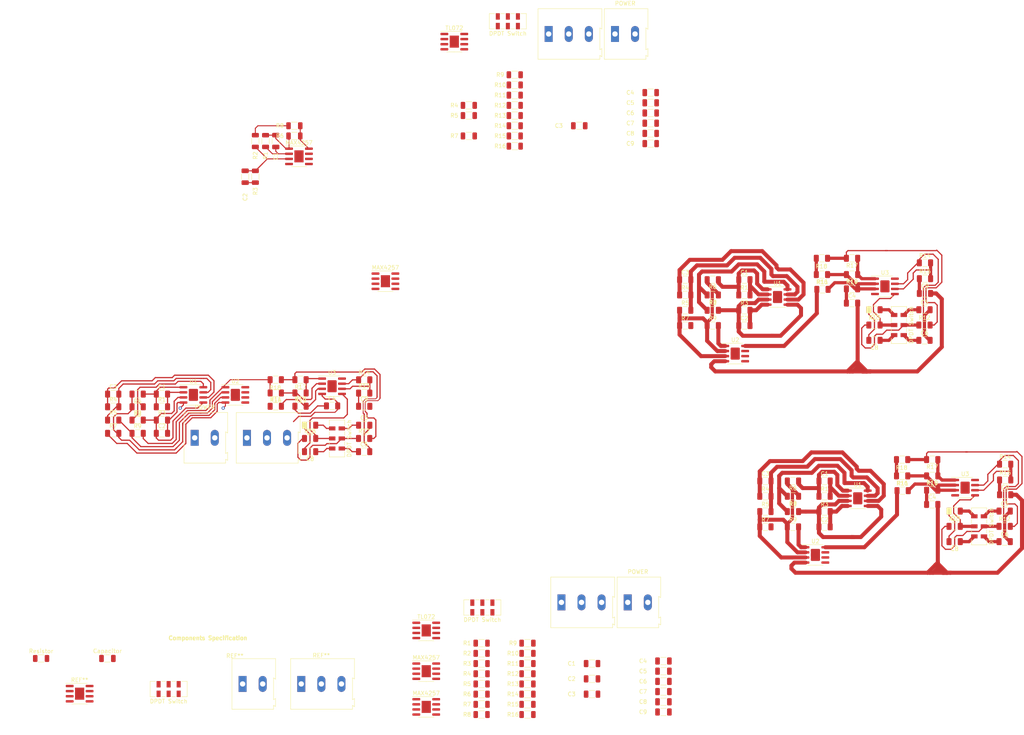
<source format=kicad_pcb>
(kicad_pcb (version 20171130) (host pcbnew "(5.1.7)-1")
  (layers (0 F.Cu signal) (31 B.Cu signal) (34 B.Paste user) (35 F.Paste user) (36 B.SilkS user) (37 F.SilkS user) (38 B.Mask user) (39 F.Mask user) (44 Edge.Cuts user))
  (net 0 "")
  (module Resistor_SMD:R_1206_3216Metric (layer F.Cu) (at 244.076 135.874)
    (fp_text reference R10 (at 0 -1.82) (layer F.SilkS))
    (fp_text value 47k)
    (pad 1 smd roundrect (at -1.4 0) (size 1.25 1.75) (layers F.Cu F.Paste F.Mask) (roundrect_rratio 0.2))
    (pad 2 smd roundrect (at 1.4 0) (size 1.25 1.75) (layers F.Cu F.Paste F.Mask) (roundrect_rratio 0.2))
  )
  (module Capacitor_SMD:C_1206_3216Metric (layer F.Cu) (at 217.279 133.588)
    (fp_text reference C1 (at 0 -1.82) (layer F.SilkS))
    (fp_text value 10pf)
    (pad 1 smd roundrect (at -1.4 0) (size 1.25 1.75) (layers F.Cu F.Paste F.Mask) (roundrect_rratio 0.2))
    (pad 2 smd roundrect (at 1.4 0) (size 1.25 1.75) (layers F.Cu F.Paste F.Mask) (roundrect_rratio 0.2))
  )
  (module Package_SO:SOIC-8-1EP_3.9x4.9mm_P1.27mm_EP2.29x3mm (layer F.Cu) (at 225.537 137.906)
    (fp_text reference U1 (at 0 -3.4) (layer F.SilkS))
    (fp_text value MAX4257)
    (pad 8 smd roundrect (at 2.475 -1.905) (size 1.95 0.6) (layers F.Cu F.Paste F.Mask))
    (pad 7 smd roundrect (at 2.475 -0.635) (size 1.95 0.6) (layers F.Cu F.Paste F.Mask))
    (pad 6 smd roundrect (at 2.475 0.635) (size 1.95 0.6) (layers F.Cu F.Paste F.Mask))
    (pad 5 smd roundrect (at 2.475 1.905) (size 1.95 0.6) (layers F.Cu F.Paste F.Mask))
    (pad 4 smd roundrect (at -2.475 1.905) (size 1.95 0.6) (layers F.Cu F.Paste F.Mask))
    (pad 3 smd roundrect (at -2.475 0.635) (size 1.95 0.6) (layers F.Cu F.Paste F.Mask))
    (pad 2 smd roundrect (at -2.475 -0.635) (size 1.95 0.6) (layers F.Cu F.Paste F.Mask))
    (pad 1 smd roundrect (at -2.475 -1.905) (size 1.95 0.6) (layers F.Cu F.Paste F.Mask))
    (pad 9 smd roundrect (at 0 0) (size 2.29 3) (layers F.Cu F.Mask) (roundrect_rratio 0.10917))
  )
  (module Capacitor_SMD:C_1206_3216Metric (layer F.Cu) (at 249.664 148.701 180)
    (fp_text reference C8 (at 0 -1.82) (layer F.SilkS))
    (fp_text value 4.7uf)
    (pad - smd roundrect (at 1.4 0 180) (size 1.25 1.75) (layers F.Cu F.Paste F.Mask) (roundrect_rratio 0.2))
    (pad + smd roundrect (at -1.4 0 180) (size 1.25 1.75) (layers F.Cu F.Paste F.Mask) (roundrect_rratio 0.2))
  )
  (module Resistor_SMD:R_1206_3216Metric (layer F.Cu) (at 217.279 137.398)
    (fp_text reference R1 (at 0 -1.82) (layer F.SilkS))
    (fp_text value 44M)
    (pad 1 smd roundrect (at -1.4 0) (size 1.25 1.75) (layers F.Cu F.Paste F.Mask) (roundrect_rratio 0.2))
    (pad 2 smd roundrect (at 1.4 0) (size 1.25 1.75) (layers F.Cu F.Paste F.Mask) (roundrect_rratio 0.2))
  )
  (module Capacitor_SMD:C_1206_3216Metric (layer F.Cu) (at 202.547 133.588)
    (fp_text reference C3 (at 0 -1.82) (layer F.SilkS))
    (fp_text value 100pf)
    (pad 2 smd roundrect (at 1.4 0) (size 1.25 1.75) (layers F.Cu F.Paste F.Mask) (roundrect_rratio 0.2))
    (pad 1 smd roundrect (at -1.4 0) (size 1.25 1.75) (layers F.Cu F.Paste F.Mask) (roundrect_rratio 0.2))
  )
  (module Capacitor_SMD:C_1206_3216Metric (layer F.Cu) (at 262.116 141.081)
    (fp_text reference C5 (at 0 -1.82) (layer F.SilkS))
    (fp_text value 47uf)
    (pad + smd roundrect (at -1.4 0) (size 1.25 1.75) (layers F.Cu F.Paste F.Mask) (roundrect_rratio 0.2))
    (pad - smd roundrect (at 1.4 0) (size 1.25 1.75) (layers F.Cu F.Paste F.Mask) (roundrect_rratio 0.2))
  )
  (module Resistor_SMD:R_1206_3216Metric (layer F.Cu) (at 262.237 129.397)
    (fp_text reference R14 (at 0 -1.82) (layer F.SilkS))
    (fp_text value 33k)
    (pad 1 smd roundrect (at -1.4 0) (size 1.25 1.75) (layers F.Cu F.Paste F.Mask) (roundrect_rratio 0.2))
    (pad 2 smd roundrect (at 1.4 0) (size 1.25 1.75) (layers F.Cu F.Paste F.Mask) (roundrect_rratio 0.2))
  )
  (module Resistor_SMD:R_1206_3216Metric (layer F.Cu) (at 209.411 137.398 180)
    (fp_text reference R8 (at 0 -1.82) (layer F.SilkS))
    (fp_text value 221k)
    (pad 2 smd roundrect (at 1.4 0 180) (size 1.25 1.75) (layers F.Cu F.Paste F.Mask) (roundrect_rratio 0.2))
    (pad 1 smd roundrect (at -1.4 0 180) (size 1.25 1.75) (layers F.Cu F.Paste F.Mask) (roundrect_rratio 0.2))
  )
  (module Resistor_SMD:R_1206_3216Metric (layer F.Cu) (at 236.716 136.001)
    (fp_text reference R11 (at 0 -1.82) (layer F.SilkS))
    (fp_text value 47k)
    (pad 2 smd roundrect (at 1.4 0) (size 1.25 1.75) (layers F.Cu F.Paste F.Mask) (roundrect_rratio 0.2))
    (pad 1 smd roundrect (at -1.4 0) (size 1.25 1.75) (layers F.Cu F.Paste F.Mask) (roundrect_rratio 0.2))
  )
  (module Resistor_SMD:R_1206_3216Metric (layer F.Cu) (at 202.547 145.018)
    (fp_text reference R7 (at 0 -1.82) (layer F.SilkS))
    (fp_text value 221k)
    (pad 1 smd roundrect (at -1.4 0) (size 1.25 1.75) (layers F.Cu F.Paste F.Mask) (roundrect_rratio 0.2))
    (pad 2 smd roundrect (at 1.4 0) (size 1.25 1.75) (layers F.Cu F.Paste F.Mask) (roundrect_rratio 0.2))
  )
  (module Resistor_SMD:R_1206_3216Metric (layer F.Cu) (at 209.411 141.208)
    (fp_text reference R2 (at 0 -1.82) (layer F.SilkS))
    (fp_text value 100k)
    (pad 1 smd roundrect (at -1.4 0) (size 1.25 1.75) (layers F.Cu F.Paste F.Mask) (roundrect_rratio 0.2))
    (pad 2 smd roundrect (at 1.4 0) (size 1.25 1.75) (layers F.Cu F.Paste F.Mask) (roundrect_rratio 0.2))
  )
  (module Capacitor_SMD:C_1206_3216Metric (layer F.Cu) (at 249.664 141.081 180)
    (fp_text reference C7 (at 0 -1.82) (layer F.SilkS))
    (fp_text value 47uf)
    (pad + smd roundrect (at -1.4 0 180) (size 1.25 1.75) (layers F.Cu F.Paste F.Mask) (roundrect_rratio 0.2))
    (pad - smd roundrect (at 1.4 0 180) (size 1.25 1.75) (layers F.Cu F.Paste F.SilkS F.Mask) (roundrect_rratio 0.2))
  )
  (module Package_SO:SOIC-8-1EP_3.9x4.9mm_P1.27mm_EP2.29x3mm (layer F.Cu) (at 214.996 152.003)
    (fp_text reference U2 (at 0 -3.4) (layer F.SilkS))
    (fp_text value MAX4257)
    (pad 8 smd roundrect (at 2.475 -1.905) (size 1.95 0.6) (layers F.Cu F.Paste F.Mask))
    (pad 7 smd roundrect (at 2.475 -0.635) (size 1.95 0.6) (layers F.Cu F.Paste F.Mask))
    (pad 6 smd roundrect (at 2.475 0.635) (size 1.95 0.6) (layers F.Cu F.Paste F.Mask))
    (pad 5 smd roundrect (at 2.475 1.905) (size 1.95 0.6) (layers F.Cu F.Paste F.Mask))
    (pad 4 smd roundrect (at -2.475 1.905) (size 1.95 0.6) (layers F.Cu F.Paste F.Mask))
    (pad 3 smd roundrect (at -2.475 0.635) (size 1.95 0.6) (layers F.Cu F.Paste F.Mask))
    (pad 2 smd roundrect (at -2.475 -0.635) (size 1.95 0.6) (layers F.Cu F.Paste F.Mask))
    (pad 1 smd roundrect (at -2.475 -1.905) (size 1.95 0.6) (layers F.Cu F.Paste F.Mask))
    (pad 9 smd roundrect (at 0 0) (size 2.29 3) (layers F.Cu F.Mask) (roundrect_rratio 0.10917))
  )
  (module Resistor_SMD:R_1206_3216Metric (layer F.Cu) (at 236.589 132.318 180)
    (fp_text reference R16 (at 0 -1.82) (layer F.SilkS))
    (fp_text value 0)
    (pad 2 smd roundrect (at 1.4 0 180) (size 1.25 1.75) (layers F.Cu F.Paste F.Mask) (roundrect_rratio 0.2))
    (pad 1 smd roundrect (at -1.4 0 180) (size 1.25 1.75) (layers F.Cu F.Paste F.Mask) (roundrect_rratio 0.2))
  )
  (module Resistor_SMD:R_1206_3216Metric (layer F.Cu) (at 236.583 128.254 180)
    (fp_text reference R18 (at 0.124 -2.032) (layer F.SilkS))
    (fp_text value 0)
    (pad 2 smd roundrect (at 1.4 0 180) (size 1.25 1.75) (layers F.Cu F.Paste F.Mask) (roundrect_rratio 0.2))
    (pad 1 smd roundrect (at -1.4 0 180) (size 1.25 1.75) (layers F.Cu F.Paste F.Mask) (roundrect_rratio 0.2))
  )
  (module Resistor_SMD:R_1206_3216Metric (layer F.Cu) (at 209.405 145.018)
    (fp_text reference R9 (at 0 -1.82) (layer F.SilkS))
    (fp_text value 100k)
    (pad 1 smd roundrect (at -1.4 0) (size 1.25 1.75) (layers F.Cu F.Paste F.Mask) (roundrect_rratio 0.2))
    (pad 2 smd roundrect (at 1.4 0) (size 1.25 1.75) (layers F.Cu F.Paste F.Mask) (roundrect_rratio 0.2))
  )
  (module Capacitor_SMD:C_1206_3216Metric (layer F.Cu) (at 262.116 148.701)
    (fp_text reference C6 (at 0 -1.82) (layer F.SilkS))
    (fp_text value 4.7uf)
    (pad - smd roundrect (at 1.4 0) (size 1.25 1.75) (layers F.Cu F.Paste F.Mask) (roundrect_rratio 0.2))
    (pad + smd roundrect (at -1.4 0) (size 1.25 1.75) (layers F.Cu F.Paste F.Mask) (roundrect_rratio 0.2))
  )
  (module Resistor_SMD:R_1206_3216Metric (layer F.Cu) (at 244.076 128.254 180)
    (fp_text reference R17 (at 0 -1.82) (layer F.SilkS))
    (fp_text value 0)
    (pad 1 smd roundrect (at -1.4 0 180) (size 1.25 1.75) (layers F.Cu F.Paste F.Mask) (roundrect_rratio 0.2))
    (pad 2 smd roundrect (at 1.4 0 180) (size 1.25 1.75) (layers F.Cu F.Paste F.Mask) (roundrect_rratio 0.2))
  )
  (module Resistor_SMD:R_1206_3216Metric (layer F.Cu) (at 202.547 141.208)
    (fp_text reference R5 (at 0 -1.82) (layer F.SilkS))
    (fp_text value 10k)
    (pad 2 smd roundrect (at 1.4 0) (size 1.25 1.75) (layers F.Cu F.Paste F.Mask) (roundrect_rratio 0.2))
    (pad 1 smd roundrect (at -1.4 0) (size 1.25 1.75) (layers F.Cu F.Paste F.Mask) (roundrect_rratio 0.2))
  )
  (module Resistor_SMD:R_1206_3216Metric (layer F.Cu) (at 262.243 133.334)
    (fp_text reference R15 (at 0 -1.82) (layer F.SilkS))
    (fp_text value 56k)
    (pad 2 smd roundrect (at 1.4 0) (size 1.25 1.75) (layers F.Cu F.Paste F.Mask) (roundrect_rratio 0.2))
    (pad 1 smd roundrect (at -1.4 0) (size 1.25 1.75) (layers F.Cu F.Paste F.Mask) (roundrect_rratio 0.2))
  )
  (module Button_Switch_SMD:SW_DPDT_CK_JS202011JCQN (layer F.Cu) (at 255.763 144.891 270)
    (fp_text reference "DPDT Switch" (at 0 -3.05 90) (layer F.SilkS))
    (fp_text value " ")
    (pad 3 smd rect (at 2.5 -1.2 270) (size 1 1.6) (layers F.Cu F.Paste F.Mask))
    (pad 2 smd rect (at 0 -1.2 270) (size 1 1.6) (layers F.Cu F.Paste F.Mask))
    (pad 1 smd rect (at -2.5 -1.2 270) (size 1 1.6) (layers F.Cu F.Paste F.Mask))
    (pad 6 smd rect (at 2.5 1.2 270) (size 1 1.6) (layers F.Cu F.Paste F.Mask))
    (pad 5 smd rect (at 0 1.2 270) (size 1 1.6) (layers F.Cu F.Paste F.Mask))
    (pad 4 smd rect (at -2.5 1.2 270) (size 1 1.6) (layers F.Cu F.Paste F.Mask))
  )
  (module Capacitor_SMD:C_1206_3216Metric (layer F.Cu) (at 262.237 137.017)
    (fp_text reference C9 (at 0 -1.82) (layer F.SilkS))
    (fp_text value 1uf)
    (pad + smd roundrect (at -1.4 0) (size 1.25 1.75) (layers F.Cu F.Paste F.Mask) (roundrect_rratio 0.2))
    (pad - smd roundrect (at 1.4 0) (size 1.25 1.75) (layers F.Cu F.Paste F.Mask) (roundrect_rratio 0.2))
  )
  (module Capacitor_SMD:C_1206_3216Metric (layer F.Cu) (at 244.076 139.43)
    (fp_text reference C4 (at 0 -1.82) (layer F.SilkS))
    (fp_text value 1uf)
    (pad - smd roundrect (at 1.4 0) (size 1.25 1.75) (layers *.Mask F.Cu F.Paste) (roundrect_rratio 0.2))
    (pad + smd roundrect (at -1.4 0) (size 1.25 1.75) (layers F.Cu F.Paste F.Mask) (roundrect_rratio 0.2))
  )
  (module Resistor_SMD:R_1206_3216Metric (layer F.Cu) (at 202.547 137.398)
    (fp_text reference R4 (at 0 -1.82) (layer F.SilkS))
    (fp_text value 44M)
    (pad 2 smd roundrect (at 1.4 0) (size 1.25 1.75) (layers F.Cu F.Paste F.Mask) (roundrect_rratio 0.2))
    (pad 1 smd roundrect (at -1.4 0) (size 1.25 1.75) (layers F.Cu F.Paste F.Mask) (roundrect_rratio 0.2))
  )
  (module Resistor_SMD:R_1206_3216Metric (layer F.Cu) (at 249.664 144.891)
    (fp_text reference R13 (at 0 -1.82) (layer F.SilkS))
    (fp_text value 33k)
    (pad 1 smd roundrect (at -1.4 0) (size 1.25 1.75) (layers F.Cu F.Paste F.Mask) (roundrect_rratio 0.2))
    (pad 2 smd roundrect (at 1.4 0) (size 1.25 1.75) (layers F.Cu F.Paste F.Mask) (roundrect_rratio 0.2))
  )
  (module Resistor_SMD:R_1206_3216Metric (layer F.Cu) (at 262.116 144.891)
    (fp_text reference R12 (at 0 -1.82) (layer F.SilkS))
    (fp_text value 33k)
    (pad 2 smd roundrect (at 1.4 0) (size 1.25 1.75) (layers F.Cu F.Paste F.Mask) (roundrect_rratio 0.2))
    (pad 1 smd roundrect (at -1.4 0) (size 1.25 1.75) (layers F.Cu F.Paste F.Mask) (roundrect_rratio 0.2))
  )
  (module Capacitor_SMD:C_1206_3216Metric (layer F.Cu) (at 217.279 145.018)
    (fp_text reference C2 (at 0 -1.82) (layer F.SilkS))
    (fp_text value 0.47uf)
    (pad 2 smd roundrect (at 1.4 0) (size 1.25 1.75) (layers F.Cu F.Paste F.Mask) (roundrect_rratio 0.2))
    (pad 1 smd roundrect (at -1.4 0) (size 1.25 1.75) (layers F.Cu F.Paste F.Mask) (roundrect_rratio 0.2))
  )
  (module Package_SO:SOIC-8-1EP_3.9x4.9mm_P1.27mm_EP2.29x3mm (layer F.Cu) (at 252.269 135.251)
    (fp_text reference U3 (at 0 -3.4) (layer F.SilkS))
    (fp_text value TL072)
    (pad 9 smd roundrect (at 0 0) (size 2.29 3) (layers F.Cu F.Mask) (roundrect_rratio 0.10917))
    (pad 1 smd roundrect (at -2.475 -1.905) (size 1.95 0.6) (layers F.Cu F.Paste F.Mask))
    (pad 2 smd roundrect (at -2.475 -0.635) (size 1.95 0.6) (layers F.Cu F.Paste F.Mask))
    (pad 3 smd roundrect (at -2.475 0.635) (size 1.95 0.6) (layers F.Cu F.Paste F.Mask))
    (pad 4 smd roundrect (at -2.475 1.905) (size 1.95 0.6) (layers F.Cu F.Paste F.Mask))
    (pad 5 smd roundrect (at 2.475 1.905) (size 1.95 0.6) (layers F.Cu F.Paste F.Mask))
    (pad 6 smd roundrect (at 2.475 0.635) (size 1.95 0.6) (layers F.Cu F.Paste F.Mask))
    (pad 7 smd roundrect (at 2.475 -0.635) (size 1.95 0.6) (layers F.Cu F.Paste F.Mask))
    (pad 8 smd roundrect (at 2.475 -1.905) (size 1.95 0.6) (layers F.Cu F.Paste F.Mask))
  )
  (module Resistor_SMD:R_1206_3216Metric (layer F.Cu) (at 244.082 132.318 180)
    (fp_text reference R19 (at 0 -1.82) (layer F.SilkS))
    (fp_text value 47k)
    (pad 1 smd roundrect (at -1.4 0 180) (size 1.25 1.75) (layers F.Cu F.Paste F.Mask) (roundrect_rratio 0.2))
    (pad 2 smd roundrect (at 1.4 0 180) (size 1.25 1.75) (layers F.Cu F.Paste F.Mask) (roundrect_rratio 0.2))
  )
  (module Resistor_SMD:R_1206_3216Metric (layer F.Cu) (at 209.411 133.588 180)
    (fp_text reference R6 (at 0 -1.82) (layer F.SilkS))
    (fp_text value 11k)
    (pad 2 smd roundrect (at 1.4 0 180) (size 1.25 1.75) (layers F.Cu F.Paste F.Mask) (roundrect_rratio 0.2))
    (pad 1 smd roundrect (at -1.4 0 180) (size 1.25 1.75) (layers F.Cu F.Paste F.Mask) (roundrect_rratio 0.2))
  )
  (module Resistor_SMD:R_1206_3216Metric (layer F.Cu) (at 217.279 141.208)
    (fp_text reference R3 (at 0 -1.82) (layer F.SilkS))
    (fp_text value 100k)
    (pad 2 smd roundrect (at 1.4 0) (size 1.25 1.75) (layers F.Cu F.Paste F.Mask) (roundrect_rratio 0.2))
    (pad 1 smd roundrect (at -1.4 0) (size 1.25 1.75) (layers F.Cu F.Paste F.Mask) (roundrect_rratio 0.2))
  )
  (module Resistor_SMD:R_1206_3216Metric (layer F.Cu) (at 86.806 108.354 180)
    (fp_text reference R17 (at 0 -1.82) (layer F.SilkS))
    (fp_text value 0)
    (pad 1 smd roundrect (at -1.4 0 180) (size 1.25 1.75) (layers F.Cu F.Paste F.Mask) (roundrect_rratio 0.2))
    (pad 2 smd roundrect (at 1.4 0 180) (size 1.25 1.75) (layers F.Cu F.Paste F.Mask) (roundrect_rratio 0.2))
  )
  (module Package_SO:SOIC-8-1EP_3.9x4.9mm_P1.27mm_EP2.29x3mm (layer F.Cu) (at 94.665 109.985)
    (fp_text reference U3 (at 0 -3.4) (layer F.SilkS))
    (fp_text value TL072)
    (pad 9 smd roundrect (at 0 0) (size 2.29 3) (layers F.Cu F.Mask) (roundrect_rratio 0.10917))
    (pad 1 smd roundrect (at -2.475 -1.905) (size 1.95 0.6) (layers F.Cu F.Paste F.Mask))
    (pad 2 smd roundrect (at -2.475 -0.635) (size 1.95 0.6) (layers F.Cu F.Paste F.Mask))
    (pad 3 smd roundrect (at -2.475 0.635) (size 1.95 0.6) (layers F.Cu F.Paste F.Mask))
    (pad 4 smd roundrect (at -2.475 1.905) (size 1.95 0.6) (layers F.Cu F.Paste F.Mask))
    (pad 5 smd roundrect (at 2.475 1.905) (size 1.95 0.6) (layers F.Cu F.Paste F.Mask))
    (pad 6 smd roundrect (at 2.475 0.635) (size 1.95 0.6) (layers F.Cu F.Paste F.Mask))
    (pad 7 smd roundrect (at 2.475 -0.635) (size 1.95 0.6) (layers F.Cu F.Paste F.Mask))
    (pad 8 smd roundrect (at 2.475 -1.905) (size 1.95 0.6) (layers F.Cu F.Paste F.Mask))
  )
  (module Button_Switch_SMD:SW_DPDT_CK_JS202011JCQN (layer F.Cu) (at 95.893 122.991 270)
    (fp_text reference "DPDT Switch" (at 0 -3.05 90) (layer F.SilkS))
    (fp_text value " ")
    (pad 3 smd rect (at 2.5 -1.2 270) (size 1 1.6) (layers F.Cu F.Paste F.Mask))
    (pad 2 smd rect (at 0 -1.2 270) (size 1 1.6) (layers F.Cu F.Paste F.Mask))
    (pad 1 smd rect (at -2.5 -1.2 270) (size 1 1.6) (layers F.Cu F.Paste F.Mask))
    (pad 6 smd rect (at 2.5 1.2 270) (size 1 1.6) (layers F.Cu F.Paste F.Mask))
    (pad 5 smd rect (at 0 1.2 270) (size 1 1.6) (layers F.Cu F.Paste F.Mask))
    (pad 4 smd rect (at -2.5 1.2 270) (size 1 1.6) (layers F.Cu F.Paste F.Mask))
  )
  (module Capacitor_SMD:C_1206_3216Metric (layer F.Cu) (at 102.665 114.985)
    (fp_text reference C9 (at 0 -1.82) (layer F.SilkS))
    (fp_text value 1uf)
    (pad + smd roundrect (at -1.4 0) (size 1.25 1.75) (layers F.Cu F.Paste F.Mask) (roundrect_rratio 0.2))
    (pad - smd roundrect (at 1.4 0) (size 1.25 1.75) (layers F.Cu F.Paste F.Mask) (roundrect_rratio 0.2))
  )
  (module TerminalBlock:TerminalBlock_Altech_AK300-2_P5.00mm (layer F.Cu) (at 60.46 122.83)
    (fp_text reference POWER (at 2.54 -7.62) (layer F.SilkS))
    (fp_text value " ")
    (pad 1 thru_hole rect (at 0 0) (size 1.98 3.96) (drill 1.32) (layers *.Cu *.Mask))
    (pad 2 thru_hole oval (at 5 0) (size 1.98 3.96) (drill 1.32) (layers *.Cu *.Mask))
  )
  (module Capacitor_SMD:C_1206_3216Metric (layer F.Cu) (at 94.665 114.885)
    (fp_text reference C4 (at 0 -1.82) (layer F.SilkS))
    (fp_text value 1uf)
    (pad - smd roundrect (at 1.4 0) (size 1.25 1.75) (layers *.Mask F.Cu F.Paste) (roundrect_rratio 0.2))
    (pad + smd roundrect (at -1.4 0) (size 1.25 1.75) (layers F.Cu F.Paste F.Mask) (roundrect_rratio 0.2))
  )
  (module Capacitor_SMD:C_1206_3216Metric (layer F.Cu) (at 40.172 111.933)
    (fp_text reference C3 (at 0 -1.82) (layer F.SilkS))
    (fp_text value 100pf)
    (pad 2 smd roundrect (at 1.4 0) (size 1.25 1.75) (layers F.Cu F.Paste F.Mask) (roundrect_rratio 0.2))
    (pad 1 smd roundrect (at -1.4 0) (size 1.25 1.75) (layers F.Cu F.Paste F.Mask) (roundrect_rratio 0.2))
  )
  (module Package_SO:SOIC-8-1EP_3.9x4.9mm_P1.27mm_EP2.29x3mm (layer F.Cu) (at 60.135 112.135)
    (fp_text reference U1 (at 0 -3.4) (layer F.SilkS))
    (fp_text value MAX4257)
    (pad 8 smd roundrect (at 2.475 -1.905) (size 1.95 0.6) (layers F.Cu F.Paste F.Mask))
    (pad 7 smd roundrect (at 2.475 -0.635) (size 1.95 0.6) (layers F.Cu F.Paste F.Mask))
    (pad 6 smd roundrect (at 2.475 0.635) (size 1.95 0.6) (layers F.Cu F.Paste F.Mask))
    (pad 5 smd roundrect (at 2.475 1.905) (size 1.95 0.6) (layers F.Cu F.Paste F.Mask))
    (pad 4 smd roundrect (at -2.475 1.905) (size 1.95 0.6) (layers F.Cu F.Paste F.Mask))
    (pad 3 smd roundrect (at -2.475 0.635) (size 1.95 0.6) (layers F.Cu F.Paste F.Mask))
    (pad 2 smd roundrect (at -2.475 -0.635) (size 1.95 0.6) (layers F.Cu F.Paste F.Mask))
    (pad 1 smd roundrect (at -2.475 -1.905) (size 1.95 0.6) (layers F.Cu F.Paste F.Mask))
    (pad 9 smd roundrect (at 0 0) (size 2.29 3) (layers F.Cu F.Mask) (roundrect_rratio 0.10917))
  )
  (module Capacitor_SMD:C_1206_3216Metric (layer F.Cu) (at 102.665 119.685)
    (fp_text reference C5 (at 0 -1.82) (layer F.SilkS))
    (fp_text value 47uf)
    (pad + smd roundrect (at -1.4 0) (size 1.25 1.75) (layers F.Cu F.Paste F.Mask) (roundrect_rratio 0.2))
    (pad - smd roundrect (at 1.4 0) (size 1.25 1.75) (layers F.Cu F.Paste F.Mask) (roundrect_rratio 0.2))
  )
  (module Resistor_SMD:R_1206_3216Metric (layer F.Cu) (at 89.194 122.991)
    (fp_text reference R13 (at 0 -1.82) (layer F.SilkS))
    (fp_text value 33k)
    (pad 1 smd roundrect (at -1.4 0) (size 1.25 1.75) (layers F.Cu F.Paste F.Mask) (roundrect_rratio 0.2))
    (pad 2 smd roundrect (at 1.4 0) (size 1.25 1.75) (layers F.Cu F.Paste F.Mask) (roundrect_rratio 0.2))
  )
  (module Resistor_SMD:R_1206_3216Metric (layer F.Cu) (at 86.812 114.958)
    (fp_text reference R10 (at 0 -1.82) (layer F.SilkS))
    (fp_text value 47k)
    (pad 1 smd roundrect (at -1.4 0) (size 1.25 1.75) (layers F.Cu F.Paste F.Mask) (roundrect_rratio 0.2))
    (pad 2 smd roundrect (at 1.4 0) (size 1.25 1.75) (layers F.Cu F.Paste F.Mask) (roundrect_rratio 0.2))
  )
  (module Resistor_SMD:R_1206_3216Metric (layer F.Cu) (at 80.64 108.354 180)
    (fp_text reference R18 (at 0.124 -2.032) (layer F.SilkS))
    (fp_text value 0)
    (pad 2 smd roundrect (at 1.4 0 180) (size 1.25 1.75) (layers F.Cu F.Paste F.Mask) (roundrect_rratio 0.2))
    (pad 1 smd roundrect (at -1.4 0 180) (size 1.25 1.75) (layers F.Cu F.Paste F.Mask) (roundrect_rratio 0.2))
  )
  (module Resistor_SMD:R_1206_3216Metric (layer F.Cu) (at 80.646 111.656 180)
    (fp_text reference R16 (at 0 -1.82) (layer F.SilkS))
    (fp_text value 0)
    (pad 2 smd roundrect (at 1.4 0 180) (size 1.25 1.75) (layers F.Cu F.Paste F.Mask) (roundrect_rratio 0.2))
    (pad 1 smd roundrect (at -1.4 0 180) (size 1.25 1.75) (layers F.Cu F.Paste F.Mask) (roundrect_rratio 0.2))
  )
  (module Resistor_SMD:R_1206_3216Metric (layer F.Cu) (at 46.26 115.108 180)
    (fp_text reference R8 (at 0 -1.82) (layer F.SilkS))
    (fp_text value 221k)
    (pad 2 smd roundrect (at 1.4 0 180) (size 1.25 1.75) (layers F.Cu F.Paste F.Mask) (roundrect_rratio 0.2))
    (pad 1 smd roundrect (at -1.4 0 180) (size 1.25 1.75) (layers F.Cu F.Paste F.Mask) (roundrect_rratio 0.2))
  )
  (module Resistor_SMD:R_1206_3216Metric (layer F.Cu) (at 52.304 115.108)
    (fp_text reference R1 (at 0 -1.82) (layer F.SilkS))
    (fp_text value 44M)
    (pad 1 smd roundrect (at -1.4 0) (size 1.25 1.75) (layers F.Cu F.Paste F.Mask) (roundrect_rratio 0.2))
    (pad 2 smd roundrect (at 1.4 0) (size 1.25 1.75) (layers F.Cu F.Paste F.Mask) (roundrect_rratio 0.2))
  )
  (module Capacitor_SMD:C_1206_3216Metric (layer F.Cu) (at 52.304 121.712)
    (fp_text reference C2 (at 0 -1.82) (layer F.SilkS))
    (fp_text value 0.47uf)
    (pad 2 smd roundrect (at 1.4 0) (size 1.25 1.75) (layers F.Cu F.Paste F.Mask) (roundrect_rratio 0.2))
    (pad 1 smd roundrect (at -1.4 0) (size 1.25 1.75) (layers F.Cu F.Paste F.Mask) (roundrect_rratio 0.2))
  )
  (module TerminalBlock:TerminalBlock_Altech_AK300-3_P5.00mm (layer F.Cu) (at 73.4687 122.84346)
    (fp_text reference " " (at 5 -7.1) (layer F.SilkS))
    (fp_text value " ")
    (pad 1 thru_hole rect (at 0 0) (size 1.98 3.96) (drill 1.32) (layers *.Cu *.Mask))
    (pad 2 thru_hole oval (at 5 0) (size 1.98 3.96) (drill 1.32) (layers *.Cu *.Mask))
    (pad 3 thru_hole oval (at 10 0) (size 1.98 3.96) (drill 1.32) (layers *.Cu *.Mask))
  )
  (module Capacitor_SMD:C_1206_3216Metric (layer F.Cu) (at 102.646 126.285)
    (fp_text reference C6 (at 0 -1.82) (layer F.SilkS))
    (fp_text value 4.7uf)
    (pad - smd roundrect (at 1.4 0) (size 1.25 1.75) (layers F.Cu F.Paste F.Mask) (roundrect_rratio 0.2))
    (pad + smd roundrect (at -1.4 0) (size 1.25 1.75) (layers F.Cu F.Paste F.Mask) (roundrect_rratio 0.2))
  )
  (module Resistor_SMD:R_1206_3216Metric (layer F.Cu) (at 40.172 115.108)
    (fp_text reference R4 (at 0 -1.82) (layer F.SilkS))
    (fp_text value 44M)
    (pad 2 smd roundrect (at 1.4 0) (size 1.25 1.75) (layers F.Cu F.Paste F.Mask) (roundrect_rratio 0.2))
    (pad 1 smd roundrect (at -1.4 0) (size 1.25 1.75) (layers F.Cu F.Paste F.Mask) (roundrect_rratio 0.2))
  )
  (module Resistor_SMD:R_1206_3216Metric (layer F.Cu) (at 102.665 111.685)
    (fp_text reference R15 (at 0 -1.82) (layer F.SilkS))
    (fp_text value 56k)
    (pad 2 smd roundrect (at 1.4 0) (size 1.25 1.75) (layers F.Cu F.Paste F.Mask) (roundrect_rratio 0.2))
    (pad 1 smd roundrect (at -1.4 0) (size 1.25 1.75) (layers F.Cu F.Paste F.Mask) (roundrect_rratio 0.2))
  )
  (module Resistor_SMD:R_1206_3216Metric (layer F.Cu) (at 46.26 111.933 180)
    (fp_text reference R6 (at 0 -1.82) (layer F.SilkS))
    (fp_text value 11k)
    (pad 2 smd roundrect (at 1.4 0 180) (size 1.25 1.75) (layers F.Cu F.Paste F.Mask) (roundrect_rratio 0.2))
    (pad 1 smd roundrect (at -1.4 0 180) (size 1.25 1.75) (layers F.Cu F.Paste F.Mask) (roundrect_rratio 0.2))
  )
  (module Resistor_SMD:R_1206_3216Metric (layer F.Cu) (at 102.646 122.991)
    (fp_text reference R12 (at 0 -1.82) (layer F.SilkS))
    (fp_text value 33k)
    (pad 2 smd roundrect (at 1.4 0) (size 1.25 1.75) (layers F.Cu F.Paste F.Mask) (roundrect_rratio 0.2))
    (pad 1 smd roundrect (at -1.4 0) (size 1.25 1.75) (layers F.Cu F.Paste F.Mask) (roundrect_rratio 0.2))
  )
  (module Resistor_SMD:R_1206_3216Metric (layer F.Cu) (at 86.812 111.656 180)
    (fp_text reference R19 (at 0 -1.82) (layer F.SilkS))
    (fp_text value 47k)
    (pad 1 smd roundrect (at -1.4 0 180) (size 1.25 1.75) (layers F.Cu F.Paste F.Mask) (roundrect_rratio 0.2))
    (pad 2 smd roundrect (at 1.4 0 180) (size 1.25 1.75) (layers F.Cu F.Paste F.Mask) (roundrect_rratio 0.2))
  )
  (module Resistor_SMD:R_1206_3216Metric (layer F.Cu) (at 80.646 114.977)
    (fp_text reference R11 (at 0 -1.82) (layer F.SilkS))
    (fp_text value 47k)
    (pad 2 smd roundrect (at 1.4 0) (size 1.25 1.75) (layers F.Cu F.Paste F.Mask) (roundrect_rratio 0.2))
    (pad 1 smd roundrect (at -1.4 0) (size 1.25 1.75) (layers F.Cu F.Paste F.Mask) (roundrect_rratio 0.2))
  )
  (module Capacitor_SMD:C_1206_3216Metric (layer F.Cu) (at 89.194 119.685 180)
    (fp_text reference C7 (at 0 -1.82) (layer F.SilkS))
    (fp_text value 47uf)
    (pad + smd roundrect (at -1.4 0 180) (size 1.25 1.75) (layers F.Cu F.Paste F.Mask) (roundrect_rratio 0.2))
    (pad - smd roundrect (at 1.4 0 180) (size 1.25 1.75) (layers F.Cu F.Paste F.SilkS F.Mask) (roundrect_rratio 0.2))
  )
  (module Capacitor_SMD:C_1206_3216Metric (layer F.Cu) (at 89.194 126.285 180)
    (fp_text reference C8 (at 0 -1.82) (layer F.SilkS))
    (fp_text value 4.7uf)
    (pad - smd roundrect (at 1.4 0 180) (size 1.25 1.75) (layers F.Cu F.Paste F.Mask) (roundrect_rratio 0.2))
    (pad + smd roundrect (at -1.4 0 180) (size 1.25 1.75) (layers F.Cu F.Paste F.Mask) (roundrect_rratio 0.2))
  )
  (module Resistor_SMD:R_1206_3216Metric (layer F.Cu) (at 46.26 118.41)
    (fp_text reference R2 (at 0 -1.82) (layer F.SilkS))
    (fp_text value 100k)
    (pad 1 smd roundrect (at -1.4 0) (size 1.25 1.75) (layers F.Cu F.Paste F.Mask) (roundrect_rratio 0.2))
    (pad 2 smd roundrect (at 1.4 0) (size 1.25 1.75) (layers F.Cu F.Paste F.Mask) (roundrect_rratio 0.2))
  )
  (module Resistor_SMD:R_1206_3216Metric (layer F.Cu) (at 40.172 118.41)
    (fp_text reference R5 (at 0 -1.82) (layer F.SilkS))
    (fp_text value 10k)
    (pad 2 smd roundrect (at 1.4 0) (size 1.25 1.75) (layers F.Cu F.Paste F.Mask) (roundrect_rratio 0.2))
    (pad 1 smd roundrect (at -1.4 0) (size 1.25 1.75) (layers F.Cu F.Paste F.Mask) (roundrect_rratio 0.2))
  )
  (module Resistor_SMD:R_1206_3216Metric (layer F.Cu) (at 102.665 108.385)
    (fp_text reference R14 (at 0 -1.82) (layer F.SilkS))
    (fp_text value 33k)
    (pad 1 smd roundrect (at -1.4 0) (size 1.25 1.75) (layers F.Cu F.Paste F.Mask) (roundrect_rratio 0.2))
    (pad 2 smd roundrect (at 1.4 0) (size 1.25 1.75) (layers F.Cu F.Paste F.Mask) (roundrect_rratio 0.2))
  )
  (module Capacitor_SMD:C_1206_3216Metric (layer F.Cu) (at 52.304 111.933)
    (fp_text reference C1 (at 0 -1.82) (layer F.SilkS))
    (fp_text value 10pf)
    (pad 1 smd roundrect (at -1.4 0) (size 1.25 1.75) (layers F.Cu F.Paste F.Mask) (roundrect_rratio 0.2))
    (pad 2 smd roundrect (at 1.4 0) (size 1.25 1.75) (layers F.Cu F.Paste F.Mask) (roundrect_rratio 0.2))
  )
  (module Resistor_SMD:R_1206_3216Metric (layer F.Cu) (at 40.172 121.712)
    (fp_text reference R7 (at 0 -1.82) (layer F.SilkS))
    (fp_text value 221k)
    (pad 1 smd roundrect (at -1.4 0) (size 1.25 1.75) (layers F.Cu F.Paste F.Mask) (roundrect_rratio 0.2))
    (pad 2 smd roundrect (at 1.4 0) (size 1.25 1.75) (layers F.Cu F.Paste F.Mask) (roundrect_rratio 0.2))
  )
  (module Resistor_SMD:R_1206_3216Metric (layer F.Cu) (at 46.26 121.712)
    (fp_text reference R9 (at 0 -1.82) (layer F.SilkS))
    (fp_text value 100k)
    (pad 1 smd roundrect (at -1.4 0) (size 1.25 1.75) (layers F.Cu F.Paste F.Mask) (roundrect_rratio 0.2))
    (pad 2 smd roundrect (at 1.4 0) (size 1.25 1.75) (layers F.Cu F.Paste F.Mask) (roundrect_rratio 0.2))
  )
  (module Package_SO:SOIC-8-1EP_3.9x4.9mm_P1.27mm_EP2.29x3mm (layer F.Cu) (at 70.585 112.135)
    (fp_text reference U2 (at 0 -3.4) (layer F.SilkS))
    (fp_text value MAX4257)
    (pad 8 smd roundrect (at 2.475 -1.905) (size 1.95 0.6) (layers F.Cu F.Paste F.Mask))
    (pad 7 smd roundrect (at 2.475 -0.635) (size 1.95 0.6) (layers F.Cu F.Paste F.Mask))
    (pad 6 smd roundrect (at 2.475 0.635) (size 1.95 0.6) (layers F.Cu F.Paste F.Mask))
    (pad 5 smd roundrect (at 2.475 1.905) (size 1.95 0.6) (layers F.Cu F.Paste F.Mask))
    (pad 4 smd roundrect (at -2.475 1.905) (size 1.95 0.6) (layers F.Cu F.Paste F.Mask))
    (pad 3 smd roundrect (at -2.475 0.635) (size 1.95 0.6) (layers F.Cu F.Paste F.Mask))
    (pad 2 smd roundrect (at -2.475 -0.635) (size 1.95 0.6) (layers F.Cu F.Paste F.Mask))
    (pad 1 smd roundrect (at -2.475 -1.905) (size 1.95 0.6) (layers F.Cu F.Paste F.Mask))
    (pad 9 smd roundrect (at 0 0) (size 2.29 3) (layers F.Cu F.Mask) (roundrect_rratio 0.10917))
  )
  (module Resistor_SMD:R_1206_3216Metric (layer F.Cu) (at 52.304 118.41)
    (fp_text reference R3 (at 0 -1.82) (layer F.SilkS))
    (fp_text value 100k)
    (pad 2 smd roundrect (at 1.4 0) (size 1.25 1.75) (layers F.Cu F.Paste F.Mask) (roundrect_rratio 0.2))
    (pad 1 smd roundrect (at -1.4 0) (size 1.25 1.75) (layers F.Cu F.Paste F.Mask) (roundrect_rratio 0.2))
  )
  (module Capacitor_SMD:C_1206_3216Metric (layer F.Cu) (at 229.699 90.926 180)
    (fp_text reference C7 (at 0 -1.82) (layer F.SilkS))
    (fp_text value 47uf)
    (pad + smd roundrect (at -1.4 0 180) (size 1.25 1.75) (layers F.Cu F.Paste F.Mask) (roundrect_rratio 0.2))
    (pad - smd roundrect (at 1.4 0 180) (size 1.25 1.75) (layers F.Cu F.Paste F.SilkS F.Mask) (roundrect_rratio 0.2))
  )
  (module Capacitor_SMD:C_1206_3216Metric (layer F.Cu) (at 197.314 83.433)
    (fp_text reference C1 (at 0 -1.82) (layer F.SilkS))
    (fp_text value 10pf)
    (pad 1 smd roundrect (at -1.4 0) (size 1.25 1.75) (layers F.Cu F.Paste F.Mask) (roundrect_rratio 0.2))
    (pad 2 smd roundrect (at 1.4 0) (size 1.25 1.75) (layers F.Cu F.Paste F.Mask) (roundrect_rratio 0.2))
  )
  (module Capacitor_SMD:C_1206_3216Metric (layer F.Cu) (at 182.582 83.433)
    (fp_text reference C3 (at 0 -1.82) (layer F.SilkS))
    (fp_text value 100pf)
    (pad 2 smd roundrect (at 1.4 0) (size 1.25 1.75) (layers F.Cu F.Paste F.Mask) (roundrect_rratio 0.2))
    (pad 1 smd roundrect (at -1.4 0) (size 1.25 1.75) (layers F.Cu F.Paste F.Mask) (roundrect_rratio 0.2))
  )
  (module Resistor_SMD:R_1206_3216Metric (layer F.Cu) (at 216.751 85.846)
    (fp_text reference R11 (at 0 -1.82) (layer F.SilkS))
    (fp_text value 47k)
    (pad 2 smd roundrect (at 1.4 0) (size 1.25 1.75) (layers F.Cu F.Paste F.Mask) (roundrect_rratio 0.2))
    (pad 1 smd roundrect (at -1.4 0) (size 1.25 1.75) (layers F.Cu F.Paste F.Mask) (roundrect_rratio 0.2))
  )
  (module Resistor_SMD:R_1206_3216Metric (layer F.Cu) (at 189.44 94.863)
    (fp_text reference R9 (at 0 -1.82) (layer F.SilkS))
    (fp_text value 100k)
    (pad 1 smd roundrect (at -1.4 0) (size 1.25 1.75) (layers F.Cu F.Paste F.Mask) (roundrect_rratio 0.2))
    (pad 2 smd roundrect (at 1.4 0) (size 1.25 1.75) (layers F.Cu F.Paste F.Mask) (roundrect_rratio 0.2))
  )
  (module Resistor_SMD:R_1206_3216Metric (layer F.Cu) (at 242.272 79.242)
    (fp_text reference R14 (at 0 -1.82) (layer F.SilkS))
    (fp_text value 33k)
    (pad 1 smd roundrect (at -1.4 0) (size 1.25 1.75) (layers F.Cu F.Paste F.Mask) (roundrect_rratio 0.2))
    (pad 2 smd roundrect (at 1.4 0) (size 1.25 1.75) (layers F.Cu F.Paste F.Mask) (roundrect_rratio 0.2))
  )
  (module Capacitor_SMD:C_1206_3216Metric (layer F.Cu) (at 224.111 89.275)
    (fp_text reference C4 (at 0 -1.82) (layer F.SilkS))
    (fp_text value 1uf)
    (pad - smd roundrect (at 1.4 0) (size 1.25 1.75) (layers *.Mask F.Cu F.Paste) (roundrect_rratio 0.2))
    (pad + smd roundrect (at -1.4 0) (size 1.25 1.75) (layers F.Cu F.Paste F.Mask) (roundrect_rratio 0.2))
  )
  (module Capacitor_SMD:C_1206_3216Metric (layer F.Cu) (at 229.699 98.546 180)
    (fp_text reference C8 (at 0 -1.82) (layer F.SilkS))
    (fp_text value 4.7uf)
    (pad - smd roundrect (at 1.4 0 180) (size 1.25 1.75) (layers F.Cu F.Paste F.Mask) (roundrect_rratio 0.2))
    (pad + smd roundrect (at -1.4 0 180) (size 1.25 1.75) (layers F.Cu F.Paste F.Mask) (roundrect_rratio 0.2))
  )
  (module Resistor_SMD:R_1206_3216Metric (layer F.Cu) (at 197.314 87.243)
    (fp_text reference R1 (at 0 -1.82) (layer F.SilkS))
    (fp_text value 44M)
    (pad 1 smd roundrect (at -1.4 0) (size 1.25 1.75) (layers F.Cu F.Paste F.Mask) (roundrect_rratio 0.2))
    (pad 2 smd roundrect (at 1.4 0) (size 1.25 1.75) (layers F.Cu F.Paste F.Mask) (roundrect_rratio 0.2))
  )
  (module Resistor_SMD:R_1206_3216Metric (layer F.Cu) (at 182.582 91.053)
    (fp_text reference R5 (at 0 -1.82) (layer F.SilkS))
    (fp_text value 10k)
    (pad 2 smd roundrect (at 1.4 0) (size 1.25 1.75) (layers F.Cu F.Paste F.Mask) (roundrect_rratio 0.2))
    (pad 1 smd roundrect (at -1.4 0) (size 1.25 1.75) (layers F.Cu F.Paste F.Mask) (roundrect_rratio 0.2))
  )
  (module Resistor_SMD:R_1206_3216Metric (layer F.Cu) (at 189.446 87.243 180)
    (fp_text reference R8 (at 0 -1.82) (layer F.SilkS))
    (fp_text value 221k)
    (pad 2 smd roundrect (at 1.4 0 180) (size 1.25 1.75) (layers F.Cu F.Paste F.Mask) (roundrect_rratio 0.2))
    (pad 1 smd roundrect (at -1.4 0 180) (size 1.25 1.75) (layers F.Cu F.Paste F.Mask) (roundrect_rratio 0.2))
  )
  (module Resistor_SMD:R_1206_3216Metric (layer F.Cu) (at 182.582 94.863)
    (fp_text reference R7 (at 0 -1.82) (layer F.SilkS))
    (fp_text value 221k)
    (pad 1 smd roundrect (at -1.4 0) (size 1.25 1.75) (layers F.Cu F.Paste F.Mask) (roundrect_rratio 0.2))
    (pad 2 smd roundrect (at 1.4 0) (size 1.25 1.75) (layers F.Cu F.Paste F.Mask) (roundrect_rratio 0.2))
  )
  (module Capacitor_SMD:C_1206_3216Metric (layer F.Cu) (at 242.151 90.926)
    (fp_text reference C5 (at 0 -1.82) (layer F.SilkS))
    (fp_text value 47uf)
    (pad + smd roundrect (at -1.4 0) (size 1.25 1.75) (layers F.Cu F.Paste F.Mask) (roundrect_rratio 0.2))
    (pad - smd roundrect (at 1.4 0) (size 1.25 1.75) (layers F.Cu F.Paste F.Mask) (roundrect_rratio 0.2))
  )
  (module Capacitor_SMD:C_1206_3216Metric (layer F.Cu) (at 242.151 98.546)
    (fp_text reference C6 (at 0 -1.82) (layer F.SilkS))
    (fp_text value 4.7uf)
    (pad - smd roundrect (at 1.4 0) (size 1.25 1.75) (layers F.Cu F.Paste F.Mask) (roundrect_rratio 0.2))
    (pad + smd roundrect (at -1.4 0) (size 1.25 1.75) (layers F.Cu F.Paste F.Mask) (roundrect_rratio 0.2))
  )
  (module Package_SO:SOIC-8-1EP_3.9x4.9mm_P1.27mm_EP2.29x3mm (layer F.Cu) (at 195.031 101.848)
    (fp_text reference U2 (at 0 -3.4) (layer F.SilkS))
    (fp_text value MAX4257)
    (pad 8 smd roundrect (at 2.475 -1.905) (size 1.95 0.6) (layers F.Cu F.Paste F.Mask))
    (pad 7 smd roundrect (at 2.475 -0.635) (size 1.95 0.6) (layers F.Cu F.Paste F.Mask))
    (pad 6 smd roundrect (at 2.475 0.635) (size 1.95 0.6) (layers F.Cu F.Paste F.Mask))
    (pad 5 smd roundrect (at 2.475 1.905) (size 1.95 0.6) (layers F.Cu F.Paste F.Mask))
    (pad 4 smd roundrect (at -2.475 1.905) (size 1.95 0.6) (layers F.Cu F.Paste F.Mask))
    (pad 3 smd roundrect (at -2.475 0.635) (size 1.95 0.6) (layers F.Cu F.Paste F.Mask))
    (pad 2 smd roundrect (at -2.475 -0.635) (size 1.95 0.6) (layers F.Cu F.Paste F.Mask))
    (pad 1 smd roundrect (at -2.475 -1.905) (size 1.95 0.6) (layers F.Cu F.Paste F.Mask))
    (pad 9 smd roundrect (at 0 0) (size 2.29 3) (layers F.Cu F.Mask) (roundrect_rratio 0.10917))
  )
  (module Resistor_SMD:R_1206_3216Metric (layer F.Cu) (at 229.699 94.736)
    (fp_text reference R13 (at 0 -1.82) (layer F.SilkS))
    (fp_text value 33k)
    (pad 1 smd roundrect (at -1.4 0) (size 1.25 1.75) (layers F.Cu F.Paste F.Mask) (roundrect_rratio 0.2))
    (pad 2 smd roundrect (at 1.4 0) (size 1.25 1.75) (layers F.Cu F.Paste F.Mask) (roundrect_rratio 0.2))
  )
  (module Resistor_SMD:R_1206_3216Metric (layer F.Cu) (at 242.151 94.736)
    (fp_text reference R12 (at 0 -1.82) (layer F.SilkS))
    (fp_text value 33k)
    (pad 2 smd roundrect (at 1.4 0) (size 1.25 1.75) (layers F.Cu F.Paste F.Mask) (roundrect_rratio 0.2))
    (pad 1 smd roundrect (at -1.4 0) (size 1.25 1.75) (layers F.Cu F.Paste F.Mask) (roundrect_rratio 0.2))
  )
  (module Capacitor_SMD:C_1206_3216Metric (layer F.Cu) (at 197.314 94.863)
    (fp_text reference C2 (at 0 -1.82) (layer F.SilkS))
    (fp_text value 0.47uf)
    (pad 2 smd roundrect (at 1.4 0) (size 1.25 1.75) (layers F.Cu F.Paste F.Mask) (roundrect_rratio 0.2))
    (pad 1 smd roundrect (at -1.4 0) (size 1.25 1.75) (layers F.Cu F.Paste F.Mask) (roundrect_rratio 0.2))
  )
  (module Resistor_SMD:R_1206_3216Metric (layer F.Cu) (at 216.624 82.163 180)
    (fp_text reference R16 (at 0 -1.82) (layer F.SilkS))
    (fp_text value 0)
    (pad 2 smd roundrect (at 1.4 0 180) (size 1.25 1.75) (layers F.Cu F.Paste F.Mask) (roundrect_rratio 0.2))
    (pad 1 smd roundrect (at -1.4 0 180) (size 1.25 1.75) (layers F.Cu F.Paste F.Mask) (roundrect_rratio 0.2))
  )
  (module Resistor_SMD:R_1206_3216Metric (layer F.Cu) (at 224.117 82.163 180)
    (fp_text reference R19 (at 0 -1.82) (layer F.SilkS))
    (fp_text value 47k)
    (pad 1 smd roundrect (at -1.4 0 180) (size 1.25 1.75) (layers F.Cu F.Paste F.Mask) (roundrect_rratio 0.2))
    (pad 2 smd roundrect (at 1.4 0 180) (size 1.25 1.75) (layers F.Cu F.Paste F.Mask) (roundrect_rratio 0.2))
  )
  (module Capacitor_SMD:C_1206_3216Metric (layer F.Cu) (at 242.272 86.862)
    (fp_text reference C9 (at 0 -1.82) (layer F.SilkS))
    (fp_text value 1uf)
    (pad + smd roundrect (at -1.4 0) (size 1.25 1.75) (layers F.Cu F.Paste F.Mask) (roundrect_rratio 0.2))
    (pad - smd roundrect (at 1.4 0) (size 1.25 1.75) (layers F.Cu F.Paste F.Mask) (roundrect_rratio 0.2))
  )
  (module Resistor_SMD:R_1206_3216Metric (layer F.Cu) (at 216.618 78.099 180)
    (fp_text reference R18 (at 0.124 -2.032) (layer F.SilkS))
    (fp_text value 0)
    (pad 2 smd roundrect (at 1.4 0 180) (size 1.25 1.75) (layers F.Cu F.Paste F.Mask) (roundrect_rratio 0.2))
    (pad 1 smd roundrect (at -1.4 0 180) (size 1.25 1.75) (layers F.Cu F.Paste F.Mask) (roundrect_rratio 0.2))
  )
  (module Package_SO:SOIC-8-1EP_3.9x4.9mm_P1.27mm_EP2.29x3mm (layer F.Cu) (at 232.304 85.096)
    (fp_text reference U3 (at 0 -3.4) (layer F.SilkS))
    (fp_text value TL072)
    (pad 9 smd roundrect (at 0 0) (size 2.29 3) (layers F.Cu F.Mask) (roundrect_rratio 0.10917))
    (pad 1 smd roundrect (at -2.475 -1.905) (size 1.95 0.6) (layers F.Cu F.Paste F.Mask))
    (pad 2 smd roundrect (at -2.475 -0.635) (size 1.95 0.6) (layers F.Cu F.Paste F.Mask))
    (pad 3 smd roundrect (at -2.475 0.635) (size 1.95 0.6) (layers F.Cu F.Paste F.Mask))
    (pad 4 smd roundrect (at -2.475 1.905) (size 1.95 0.6) (layers F.Cu F.Paste F.Mask))
    (pad 5 smd roundrect (at 2.475 1.905) (size 1.95 0.6) (layers F.Cu F.Paste F.Mask))
    (pad 6 smd roundrect (at 2.475 0.635) (size 1.95 0.6) (layers F.Cu F.Paste F.Mask))
    (pad 7 smd roundrect (at 2.475 -0.635) (size 1.95 0.6) (layers F.Cu F.Paste F.Mask))
    (pad 8 smd roundrect (at 2.475 -1.905) (size 1.95 0.6) (layers F.Cu F.Paste F.Mask))
  )
  (module Resistor_SMD:R_1206_3216Metric (layer F.Cu) (at 242.278 83.179)
    (fp_text reference R15 (at 0 -1.82) (layer F.SilkS))
    (fp_text value 56k)
    (pad 2 smd roundrect (at 1.4 0) (size 1.25 1.75) (layers F.Cu F.Paste F.Mask) (roundrect_rratio 0.2))
    (pad 1 smd roundrect (at -1.4 0) (size 1.25 1.75) (layers F.Cu F.Paste F.Mask) (roundrect_rratio 0.2))
  )
  (module Resistor_SMD:R_1206_3216Metric (layer F.Cu) (at 224.111 78.099 180)
    (fp_text reference R17 (at 0 -1.82) (layer F.SilkS))
    (fp_text value 0)
    (pad 1 smd roundrect (at -1.4 0 180) (size 1.25 1.75) (layers F.Cu F.Paste F.Mask) (roundrect_rratio 0.2))
    (pad 2 smd roundrect (at 1.4 0 180) (size 1.25 1.75) (layers F.Cu F.Paste F.Mask) (roundrect_rratio 0.2))
  )
  (module Button_Switch_SMD:SW_DPDT_CK_JS202011JCQN (layer F.Cu) (at 235.798 94.736 270)
    (fp_text reference "DPDT Switch" (at 0 -3.05 90) (layer F.SilkS))
    (fp_text value " ")
    (pad 3 smd rect (at 2.5 -1.2 270) (size 1 1.6) (layers F.Cu F.Paste F.Mask))
    (pad 2 smd rect (at 0 -1.2 270) (size 1 1.6) (layers F.Cu F.Paste F.Mask))
    (pad 1 smd rect (at -2.5 -1.2 270) (size 1 1.6) (layers F.Cu F.Paste F.Mask))
    (pad 6 smd rect (at 2.5 1.2 270) (size 1 1.6) (layers F.Cu F.Paste F.Mask))
    (pad 5 smd rect (at 0 1.2 270) (size 1 1.6) (layers F.Cu F.Paste F.Mask))
    (pad 4 smd rect (at -2.5 1.2 270) (size 1 1.6) (layers F.Cu F.Paste F.Mask))
  )
  (module Resistor_SMD:R_1206_3216Metric (layer F.Cu) (at 224.111 85.719)
    (fp_text reference R10 (at 0 -1.82) (layer F.SilkS))
    (fp_text value 47k)
    (pad 1 smd roundrect (at -1.4 0) (size 1.25 1.75) (layers F.Cu F.Paste F.Mask) (roundrect_rratio 0.2))
    (pad 2 smd roundrect (at 1.4 0) (size 1.25 1.75) (layers F.Cu F.Paste F.Mask) (roundrect_rratio 0.2))
  )
  (module Resistor_SMD:R_1206_3216Metric (layer F.Cu) (at 197.314 91.053)
    (fp_text reference R3 (at 0 -1.82) (layer F.SilkS))
    (fp_text value 100k)
    (pad 2 smd roundrect (at 1.4 0) (size 1.25 1.75) (layers F.Cu F.Paste F.Mask) (roundrect_rratio 0.2))
    (pad 1 smd roundrect (at -1.4 0) (size 1.25 1.75) (layers F.Cu F.Paste F.Mask) (roundrect_rratio 0.2))
  )
  (module Package_SO:SOIC-8-1EP_3.9x4.9mm_P1.27mm_EP2.29x3mm (layer F.Cu) (at 205.572 87.751)
    (fp_text reference U1 (at 0 -3.4) (layer F.SilkS))
    (fp_text value MAX4257)
    (pad 8 smd roundrect (at 2.475 -1.905) (size 1.95 0.6) (layers F.Cu F.Paste F.Mask))
    (pad 7 smd roundrect (at 2.475 -0.635) (size 1.95 0.6) (layers F.Cu F.Paste F.Mask))
    (pad 6 smd roundrect (at 2.475 0.635) (size 1.95 0.6) (layers F.Cu F.Paste F.Mask))
    (pad 5 smd roundrect (at 2.475 1.905) (size 1.95 0.6) (layers F.Cu F.Paste F.Mask))
    (pad 4 smd roundrect (at -2.475 1.905) (size 1.95 0.6) (layers F.Cu F.Paste F.Mask))
    (pad 3 smd roundrect (at -2.475 0.635) (size 1.95 0.6) (layers F.Cu F.Paste F.Mask))
    (pad 2 smd roundrect (at -2.475 -0.635) (size 1.95 0.6) (layers F.Cu F.Paste F.Mask))
    (pad 1 smd roundrect (at -2.475 -1.905) (size 1.95 0.6) (layers F.Cu F.Paste F.Mask))
    (pad 9 smd roundrect (at 0 0) (size 2.29 3) (layers F.Cu F.Mask) (roundrect_rratio 0.10917))
  )
  (module Resistor_SMD:R_1206_3216Metric (layer F.Cu) (at 189.446 91.053)
    (fp_text reference R2 (at 0 -1.82) (layer F.SilkS))
    (fp_text value 100k)
    (pad 1 smd roundrect (at -1.4 0) (size 1.25 1.75) (layers F.Cu F.Paste F.Mask) (roundrect_rratio 0.2))
    (pad 2 smd roundrect (at 1.4 0) (size 1.25 1.75) (layers F.Cu F.Paste F.Mask) (roundrect_rratio 0.2))
  )
  (module Resistor_SMD:R_1206_3216Metric (layer F.Cu) (at 189.446 83.433 180)
    (fp_text reference R6 (at 0 -1.82) (layer F.SilkS))
    (fp_text value 11k)
    (pad 2 smd roundrect (at 1.4 0 180) (size 1.25 1.75) (layers F.Cu F.Paste F.Mask) (roundrect_rratio 0.2))
    (pad 1 smd roundrect (at -1.4 0 180) (size 1.25 1.75) (layers F.Cu F.Paste F.Mask) (roundrect_rratio 0.2))
  )
  (module Resistor_SMD:R_1206_3216Metric (layer F.Cu) (at 182.582 87.243)
    (fp_text reference R4 (at 0 -1.82) (layer F.SilkS))
    (fp_text value 44M)
    (pad 2 smd roundrect (at 1.4 0) (size 1.25 1.75) (layers F.Cu F.Paste F.Mask) (roundrect_rratio 0.2))
    (pad 1 smd roundrect (at -1.4 0) (size 1.25 1.75) (layers F.Cu F.Paste F.Mask) (roundrect_rratio 0.2))
  )
  (module Resistor_SMD:R_1206_3216Metric (layer F.Cu) (at 140.1425 47.625)
    (fp_text reference R15 (at -3.6175 0) (layer F.SilkS))
    (fp_text value " ")
    (pad 1 smd roundrect (at -1.4625 0) (size 1.125 1.75) (layers F.Cu F.Paste F.Mask) (roundrect_rratio 0.222222))
    (pad 2 smd roundrect (at 1.4625 0) (size 1.125 1.75) (layers F.Cu F.Paste F.Mask) (roundrect_rratio 0.222222))
  )
  (module Resistor_SMD:R_1206_3216Metric (layer F.Cu) (at 140.1425 34.925)
    (fp_text reference R10 (at -3.6175 0) (layer F.SilkS))
    (fp_text value " ")
    (pad 1 smd roundrect (at -1.4625 0) (size 1.125 1.75) (layers F.Cu F.Paste F.Mask) (roundrect_rratio 0.222222))
    (pad 2 smd roundrect (at 1.4625 0) (size 1.125 1.75) (layers F.Cu F.Paste F.Mask) (roundrect_rratio 0.222222))
  )
  (module Resistor_SMD:R_1206_3216Metric (layer F.Cu) (at 140.1425 42.545)
    (fp_text reference R13 (at -3.6175 0) (layer F.SilkS))
    (fp_text value " ")
    (pad 2 smd roundrect (at 1.4625 0) (size 1.125 1.75) (layers F.Cu F.Paste F.Mask) (roundrect_rratio 0.222222))
    (pad 1 smd roundrect (at -1.4625 0) (size 1.125 1.75) (layers F.Cu F.Paste F.Mask) (roundrect_rratio 0.222222))
  )
  (module Resistor_SMD:R_1206_3216Metric (layer F.Cu) (at 85.2825 47.625)
    (fp_text reference R6 (at -3.6175 0) (layer F.SilkS))
    (fp_text value " ")
    (pad 1 smd roundrect (at -1.4625 0) (size 1.125 1.75) (layers F.Cu F.Paste F.Mask) (roundrect_rratio 0.222222))
    (pad 2 smd roundrect (at 1.4625 0) (size 1.125 1.75) (layers F.Cu F.Paste F.Mask) (roundrect_rratio 0.222222))
  )
  (module Capacitor_SMD:C_1206_3216Metric (layer F.Cu) (at 173.99 36.83)
    (fp_text reference C4 (at -5.08 0) (layer F.SilkS))
    (fp_text value " ")
    (pad - smd roundrect (at 1.475 0) (size 1.15 1.8) (layers F.Cu F.Paste F.Mask) (roundrect_rratio 0.217))
    (pad + smd roundrect (at -1.475 0) (size 1.15 1.8) (layers F.Cu F.Paste F.Mask) (roundrect_rratio 0.217))
  )
  (module Resistor_SMD:R_1206_3216Metric (layer F.Cu) (at 140.1425 40.005)
    (fp_text reference R12 (at -3.6175 0) (layer F.SilkS))
    (fp_text value " ")
    (pad 2 smd roundrect (at 1.4625 0) (size 1.125 1.75) (layers F.Cu F.Paste F.Mask) (roundrect_rratio 0.222222))
    (pad 1 smd roundrect (at -1.4625 0) (size 1.125 1.75) (layers F.Cu F.Paste F.Mask) (roundrect_rratio 0.222222))
  )
  (module Resistor_SMD:R_1206_3216Metric (layer F.Cu) (at 128.7125 47.625)
    (fp_text reference R7 (at -3.6175 0) (layer F.SilkS))
    (fp_text value " ")
    (pad 1 smd roundrect (at -1.4625 0) (size 1.125 1.75) (layers F.Cu F.Paste F.Mask) (roundrect_rratio 0.222222))
    (pad 2 smd roundrect (at 1.4625 0) (size 1.125 1.75) (layers F.Cu F.Paste F.Mask) (roundrect_rratio 0.222222))
  )
  (module Resistor_SMD:R_1206_3216Metric (layer F.Cu) (at 140.1425 50.165)
    (fp_text reference R16 (at -3.6175 0) (layer F.SilkS))
    (fp_text value " ")
    (pad 2 smd roundrect (at 1.4625 0) (size 1.125 1.75) (layers F.Cu F.Paste F.Mask) (roundrect_rratio 0.222222))
    (pad 1 smd roundrect (at -1.4625 0) (size 1.125 1.75) (layers F.Cu F.Paste F.Mask) (roundrect_rratio 0.222222))
  )
  (module Resistor_SMD:R_1206_3216Metric (layer F.Cu) (at 140.1425 45.085)
    (fp_text reference R14 (at -3.6175 0) (layer F.SilkS))
    (fp_text value " ")
    (pad 1 smd roundrect (at -1.4625 0) (size 1.125 1.75) (layers F.Cu F.Paste F.Mask) (roundrect_rratio 0.222222))
    (pad 2 smd roundrect (at 1.4625 0) (size 1.125 1.75) (layers F.Cu F.Paste F.Mask) (roundrect_rratio 0.222222))
  )
  (module Resistor_SMD:R_1206_3216Metric (layer F.Cu) (at 128.7125 42.545)
    (fp_text reference R5 (at -3.6175 0) (layer F.SilkS))
    (fp_text value " ")
    (pad 2 smd roundrect (at 1.4625 0) (size 1.125 1.75) (layers F.Cu F.Paste F.Mask) (roundrect_rratio 0.222222))
    (pad 1 smd roundrect (at -1.4625 0) (size 1.125 1.75) (layers F.Cu F.Paste F.Mask) (roundrect_rratio 0.222222))
  )
  (module Resistor_SMD:R_1206_3216Metric (layer F.Cu) (at 85.2825 45.085)
    (fp_text reference R8 (at -3.6175 0) (layer F.SilkS))
    (fp_text value " ")
    (pad 2 smd roundrect (at 1.4625 0) (size 1.125 1.75) (layers F.Cu F.Paste F.Mask) (roundrect_rratio 0.222222))
    (pad 1 smd roundrect (at -1.4625 0) (size 1.125 1.75) (layers F.Cu F.Paste F.Mask) (roundrect_rratio 0.222222))
  )
  (module Resistor_SMD:R_1206_3216Metric (layer F.Cu) (at 140.1425 32.385)
    (fp_text reference R9 (at -3.6175 0) (layer F.SilkS))
    (fp_text value " ")
    (pad 2 smd roundrect (at 1.4625 0) (size 1.125 1.75) (layers F.Cu F.Paste F.Mask) (roundrect_rratio 0.222222))
    (pad 1 smd roundrect (at -1.4625 0) (size 1.125 1.75) (layers F.Cu F.Paste F.Mask) (roundrect_rratio 0.222222))
  )
  (module Resistor_SMD:R_1206_3216Metric (layer F.Cu) (at 140.1425 37.465)
    (fp_text reference R11 (at -3.6175 0) (layer F.SilkS))
    (fp_text value " ")
    (pad 1 smd roundrect (at -1.4625 0) (size 1.125 1.75) (layers F.Cu F.Paste F.Mask) (roundrect_rratio 0.222222))
    (pad 2 smd roundrect (at 1.4625 0) (size 1.125 1.75) (layers F.Cu F.Paste F.Mask) (roundrect_rratio 0.222222))
  )
  (module Capacitor_SMD:C_1206_3216Metric (layer F.Cu) (at 73.025 57.785 90)
    (fp_text reference C2 (at -5.08 0 90) (layer F.SilkS))
    (fp_text value " ")
    (pad 2 smd roundrect (at 1.475 0 90) (size 1.15 1.8) (layers F.Cu F.Paste F.Mask) (roundrect_rratio 0.217391))
    (pad 1 smd roundrect (at -1.475 0 90) (size 1.15 1.8) (layers F.Cu F.Paste F.Mask) (roundrect_rratio 0.217391))
  )
  (module Capacitor_SMD:C_1206_3216Metric (layer F.Cu) (at 156.21 45.085)
    (fp_text reference C3 (at -5.08 0) (layer F.SilkS))
    (fp_text value " ")
    (pad 2 smd roundrect (at 1.475 0) (size 1.15 1.8) (layers F.Cu F.Paste F.Mask) (roundrect_rratio 0.217391))
    (pad 1 smd roundrect (at -1.475 0) (size 1.15 1.8) (layers F.Cu F.Paste F.Mask) (roundrect_rratio 0.217391))
  )
  (module Capacitor_SMD:C_1206_3216Metric (layer F.Cu) (at 173.99 39.37)
    (fp_text reference C5 (at -5.08 0) (layer F.SilkS))
    (fp_text value " ")
    (pad - smd roundrect (at 1.475 0) (size 1.15 1.8) (layers F.Cu F.Paste F.Mask) (roundrect_rratio 0.217))
    (pad + smd roundrect (at -1.475 0) (size 1.15 1.8) (layers F.Cu F.Paste F.Mask) (roundrect_rratio 0.217))
  )
  (module Capacitor_SMD:C_1206_3216Metric (layer F.Cu) (at 173.99 46.99)
    (fp_text reference C8 (at -5.08 0) (layer F.SilkS))
    (fp_text value " ")
    (pad - smd roundrect (at 1.475 0) (size 1.15 1.8) (layers F.Cu F.Paste F.Mask) (roundrect_rratio 0.217))
    (pad + smd roundrect (at -1.475 0) (size 1.15 1.8) (layers F.Cu F.Paste F.Mask) (roundrect_rratio 0.217))
  )
  (module Capacitor_SMD:C_1206_3216Metric (layer F.Cu) (at 173.99 49.53)
    (fp_text reference C9 (at -5.08 0) (layer F.SilkS))
    (fp_text value " ")
    (pad - smd roundrect (at 1.475 0) (size 1.15 1.8) (layers F.Cu F.Paste F.Mask) (roundrect_rratio 0.217))
    (pad + smd roundrect (at -1.475 0) (size 1.15 1.8) (layers F.Cu F.Paste F.Mask) (roundrect_rratio 0.217))
  )
  (module Package_SO:SOIC-8-1EP_3.9x4.9mm_P1.27mm_EP2.29x3mm (layer F.Cu) (at 107.95 83.82)
    (fp_text reference MAX4257 (at 0 -3.4) (layer F.SilkS))
    (fp_text value " ")
    (pad 1 smd roundrect (at -2.475 -1.905) (size 1.95 0.6) (layers F.Cu F.Paste F.Mask))
    (pad 2 smd roundrect (at -2.475 -0.635) (size 1.95 0.6) (layers F.Cu F.Paste F.Mask))
    (pad 3 smd roundrect (at -2.475 0.635) (size 1.95 0.6) (layers F.Cu F.Paste F.Mask))
    (pad 4 smd roundrect (at -2.475 1.905) (size 1.95 0.6) (layers F.Cu F.Paste F.Mask))
    (pad 5 smd roundrect (at 2.475 1.905) (size 1.95 0.6) (layers F.Cu F.Paste F.Mask))
    (pad 6 smd roundrect (at 2.475 0.635) (size 1.95 0.6) (layers F.Cu F.Paste F.Mask))
    (pad 7 smd roundrect (at 2.475 -0.635) (size 1.95 0.6) (layers F.Cu F.Paste F.Mask))
    (pad 8 smd roundrect (at 2.475 -1.905) (size 1.95 0.6) (layers F.Cu F.Paste F.Mask))
    (pad 9 smd rect (at 0 0) (size 2.29 3) (layers F.Cu F.Mask))
  )
  (module Package_SO:SOIC-8-1EP_3.9x4.9mm_P1.27mm_EP2.29x3mm (layer F.Cu) (at 86.425 52.705)
    (fp_text reference MAX4257 (at 0 -3.4) (layer F.SilkS))
    (fp_text value " ")
    (pad 9 smd rect (at 0 0) (size 2.29 3) (layers F.Cu F.Mask))
    (pad 8 smd roundrect (at 2.475 -1.905) (size 1.95 0.6) (layers F.Cu F.Paste F.Mask))
    (pad 7 smd roundrect (at 2.475 -0.635) (size 1.95 0.6) (layers F.Cu F.Paste F.Mask))
    (pad 6 smd roundrect (at 2.475 0.635) (size 1.95 0.6) (layers F.Cu F.Paste F.Mask))
    (pad 5 smd roundrect (at 2.475 1.905) (size 1.95 0.6) (layers F.Cu F.Paste F.Mask))
    (pad 4 smd roundrect (at -2.475 1.905) (size 1.95 0.6) (layers F.Cu F.Paste F.Mask))
    (pad 3 smd roundrect (at -2.475 0.635) (size 1.95 0.6) (layers F.Cu F.Paste F.Mask))
    (pad 2 smd roundrect (at -2.475 -0.635) (size 1.95 0.6) (layers F.Cu F.Paste F.Mask))
    (pad 1 smd roundrect (at -2.475 -1.905) (size 1.95 0.6) (layers F.Cu F.Paste F.Mask))
  )
  (module TerminalBlock:TerminalBlock_Altech_AK300-2_P5.00mm (layer F.Cu) (at 165.1 22.225)
    (fp_text reference POWER (at 2.54 -7.62) (layer F.SilkS))
    (fp_text value " ")
    (pad 1 thru_hole rect (at 0 0) (size 1.98 3.96) (drill 1.32) (layers *.Cu *.Mask))
    (pad 2 thru_hole oval (at 5 0) (size 1.98 3.96) (drill 1.32) (layers *.Cu *.Mask))
  )
  (module Capacitor_SMD:C_1206_3216Metric (layer F.Cu) (at 173.99 44.45)
    (fp_text reference C7 (at -5.08 0) (layer F.SilkS))
    (fp_text value " ")
    (pad - smd roundrect (at 1.475 0) (size 1.15 1.8) (layers F.Cu F.Paste F.Mask) (roundrect_rratio 0.217))
    (pad + smd roundrect (at -1.475 0) (size 1.15 1.8) (layers F.Cu F.Paste F.Mask) (roundrect_rratio 0.217))
  )
  (module Package_SO:SOIC-8-1EP_3.9x4.9mm_P1.27mm_EP2.29x3mm (layer F.Cu) (at 125.095 24.13)
    (fp_text reference TL072 (at 0 -3.4) (layer F.SilkS))
    (fp_text value " ")
    (pad 9 smd rect (at 0 0) (size 2.29 3) (layers F.Cu F.Mask))
    (pad 8 smd roundrect (at 2.475 -1.905) (size 1.95 0.6) (layers F.Cu F.Paste F.Mask))
    (pad 7 smd roundrect (at 2.475 -0.635) (size 1.95 0.6) (layers F.Cu F.Paste F.Mask))
    (pad 6 smd roundrect (at 2.475 0.635) (size 1.95 0.6) (layers F.Cu F.Paste F.Mask))
    (pad 5 smd roundrect (at 2.475 1.905) (size 1.95 0.6) (layers F.Cu F.Paste F.Mask))
    (pad 4 smd roundrect (at -2.475 1.905) (size 1.95 0.6) (layers F.Cu F.Paste F.Mask))
    (pad 3 smd roundrect (at -2.475 0.635) (size 1.95 0.6) (layers F.Cu F.Paste F.Mask))
    (pad 2 smd roundrect (at -2.475 -0.635) (size 1.95 0.6) (layers F.Cu F.Paste F.Mask))
    (pad 1 smd roundrect (at -2.475 -1.905) (size 1.95 0.6) (layers F.Cu F.Paste F.Mask))
  )
  (module TerminalBlock:TerminalBlock_Altech_AK300-3_P5.00mm (layer F.Cu) (at 148.59 22.225)
    (fp_text reference " " (at 5 -7.1) (layer F.SilkS))
    (fp_text value " ")
    (pad 1 thru_hole rect (at 0 0) (size 1.98 3.96) (drill 1.32) (layers *.Cu *.Mask))
    (pad 2 thru_hole oval (at 5 0) (size 1.98 3.96) (drill 1.32) (layers *.Cu *.Mask))
    (pad 3 thru_hole oval (at 10 0) (size 1.98 3.96) (drill 1.32) (layers *.Cu *.Mask))
  )
  (module Resistor_SMD:R_1206_3216Metric (layer F.Cu) (at 78.105 48.895 90)
    (fp_text reference R1 (at -3.6175 0 90) (layer F.SilkS))
    (fp_text value " ")
    (pad 1 smd roundrect (at -1.4625 0 90) (size 1.125 1.75) (layers F.Cu F.Paste F.Mask) (roundrect_rratio 0.222222))
    (pad 2 smd roundrect (at 1.4625 0 90) (size 1.125 1.75) (layers F.Cu F.Paste F.Mask) (roundrect_rratio 0.222222))
  )
  (module Capacitor_SMD:C_1206_3216Metric (layer F.Cu) (at 80.645 48.895 90)
    (fp_text reference C1 (at -3.81 0 90) (layer F.SilkS))
    (fp_text value " ")
    (pad 1 smd roundrect (at -1.475 0 90) (size 1.15 1.8) (layers F.Cu F.Paste F.Mask) (roundrect_rratio 0.217391))
    (pad 2 smd roundrect (at 1.475 0 90) (size 1.15 1.8) (layers F.Cu F.Paste F.Mask) (roundrect_rratio 0.217391))
  )
  (module Button_Switch_SMD:SW_DPDT_CK_JS202011JCQN (layer F.Cu) (at 138.43 19.05 180)
    (fp_text reference "DPDT Switch" (at 0 -3.05) (layer F.SilkS))
    (fp_text value " ")
    (pad 4 smd rect (at -2.5 1.2 180) (size 1 1.6) (layers F.Cu F.Paste F.Mask))
    (pad 5 smd rect (at 0 1.2 180) (size 1 1.6) (layers F.Cu F.Paste F.Mask))
    (pad 6 smd rect (at 2.5 1.2 180) (size 1 1.6) (layers F.Cu F.Paste F.Mask))
    (pad 1 smd rect (at -2.5 -1.2 180) (size 1 1.6) (layers F.Cu F.Paste F.Mask))
    (pad 2 smd rect (at 0 -1.2 180) (size 1 1.6) (layers F.Cu F.Paste F.Mask))
    (pad 3 smd rect (at 2.5 -1.2 180) (size 1 1.6) (layers F.Cu F.Paste F.Mask))
  )
  (module Resistor_SMD:R_1206_3216Metric (layer F.Cu) (at 75.565 48.895 90)
    (fp_text reference R2 (at -3.6175 0 90) (layer F.SilkS))
    (fp_text value " ")
    (pad 2 smd roundrect (at 1.4625 0 90) (size 1.125 1.75) (layers F.Cu F.Paste F.Mask) (roundrect_rratio 0.222222))
    (pad 1 smd roundrect (at -1.4625 0 90) (size 1.125 1.75) (layers F.Cu F.Paste F.Mask) (roundrect_rratio 0.222222))
  )
  (module Resistor_SMD:R_1206_3216Metric (layer F.Cu) (at 128.7125 40.005)
    (fp_text reference R4 (at -3.6175 0) (layer F.SilkS))
    (fp_text value " ")
    (pad 1 smd roundrect (at -1.4625 0) (size 1.125 1.75) (layers F.Cu F.Paste F.Mask) (roundrect_rratio 0.222222))
    (pad 2 smd roundrect (at 1.4625 0) (size 1.125 1.75) (layers F.Cu F.Paste F.Mask) (roundrect_rratio 0.222222))
  )
  (module Resistor_SMD:R_1206_3216Metric (layer F.Cu) (at 75.565 57.785 90)
    (fp_text reference R3 (at -3.6175 0 90) (layer F.SilkS))
    (fp_text value " ")
    (pad 2 smd roundrect (at 1.4625 0 90) (size 1.125 1.75) (layers F.Cu F.Paste F.Mask) (roundrect_rratio 0.222222))
    (pad 1 smd roundrect (at -1.4625 0 90) (size 1.125 1.75) (layers F.Cu F.Paste F.Mask) (roundrect_rratio 0.222222))
  )
  (module Capacitor_SMD:C_1206_3216Metric (layer F.Cu) (at 173.99 41.91)
    (fp_text reference C6 (at -5.08 0) (layer F.SilkS))
    (fp_text value " ")
    (pad - smd roundrect (at 1.475 0) (size 1.15 1.8) (layers F.Cu F.Paste F.Mask) (roundrect_rratio 0.217))
    (pad + smd roundrect (at -1.475 0) (size 1.15 1.8) (layers F.Cu F.Paste F.Mask) (roundrect_rratio 0.217))
  )
  (module TerminalBlock:TerminalBlock_Altech_AK300-3_P5.00mm (layer F.Cu) (at 86.995 184.15)
    (fp_text reference REF** (at 5 -7.1) (layer F.SilkS))
    (fp_text value TerminalBlock_Altech_AK300-3_P5.00mm)
    (pad 3 thru_hole oval (at 10 0) (size 1.98 3.96) (drill 1.32) (layers *.Cu *.Mask))
    (pad 2 thru_hole oval (at 5 0) (size 1.98 3.96) (drill 1.32) (layers *.Cu *.Mask))
    (pad 1 thru_hole rect (at 0 0) (size 1.98 3.96) (drill 1.32) (layers *.Cu *.Mask))
  )
  (module TerminalBlock:TerminalBlock_Altech_AK300-2_P5.00mm (layer F.Cu) (at 72.39 184.15)
    (fp_text reference REF** (at -1.92 -6.99) (layer F.SilkS))
    (fp_text value TerminalBlock_Altech_AK300-2_P5.00mm)
    (pad 2 thru_hole oval (at 5 0) (size 1.98 3.96) (drill 1.32) (layers *.Cu *.Mask))
    (pad 1 thru_hole rect (at 0 0) (size 1.98 3.96) (drill 1.32) (layers *.Cu *.Mask))
  )
  (module TerminalBlock:TerminalBlock_Altech_AK300-2_P5.00mm (layer F.Cu) (at 168.275 163.83)
    (fp_text reference POWER (at 2.54 -7.62) (layer F.SilkS))
    (fp_text value " ")
    (pad 2 thru_hole oval (at 5 0) (size 1.98 3.96) (drill 1.32) (layers *.Cu *.Mask))
    (pad 1 thru_hole rect (at 0 0) (size 1.98 3.96) (drill 1.32) (layers *.Cu *.Mask))
  )
  (module TerminalBlock:TerminalBlock_Altech_AK300-3_P5.00mm (layer F.Cu) (at 151.765 163.83)
    (fp_text reference " " (at 5 -7.1) (layer F.SilkS))
    (fp_text value " ")
    (pad 3 thru_hole oval (at 10 0) (size 1.98 3.96) (drill 1.32) (layers *.Cu *.Mask))
    (pad 2 thru_hole oval (at 5 0) (size 1.98 3.96) (drill 1.32) (layers *.Cu *.Mask))
    (pad 1 thru_hole rect (at 0 0) (size 1.98 3.96) (drill 1.32) (layers *.Cu *.Mask))
  )
  (module Package_SO:SOIC-8-1EP_3.9x4.9mm_P1.27mm_EP2.29x3mm (layer F.Cu) (at 118.11 170.815)
    (fp_text reference TL072 (at 0 -3.4) (layer F.SilkS))
    (fp_text value " ")
    (pad 1 smd roundrect (at -2.475 -1.905) (size 1.95 0.6) (layers F.Cu F.Paste F.Mask))
    (pad 2 smd roundrect (at -2.475 -0.635) (size 1.95 0.6) (layers F.Cu F.Paste F.Mask))
    (pad 3 smd roundrect (at -2.475 0.635) (size 1.95 0.6) (layers F.Cu F.Paste F.Mask))
    (pad 4 smd roundrect (at -2.475 1.905) (size 1.95 0.6) (layers F.Cu F.Paste F.Mask))
    (pad 5 smd roundrect (at 2.475 1.905) (size 1.95 0.6) (layers F.Cu F.Paste F.Mask))
    (pad 6 smd roundrect (at 2.475 0.635) (size 1.95 0.6) (layers F.Cu F.Paste F.Mask))
    (pad 7 smd roundrect (at 2.475 -0.635) (size 1.95 0.6) (layers F.Cu F.Paste F.Mask))
    (pad 8 smd roundrect (at 2.475 -1.905) (size 1.95 0.6) (layers F.Cu F.Paste F.Mask))
    (pad 9 smd rect (at 0 0) (size 2.29 3) (layers F.Cu F.Mask))
  )
  (module Package_SO:SOIC-8-1EP_3.9x4.9mm_P1.27mm_EP2.29x3mm (layer F.Cu) (at 118.11 180.975)
    (fp_text reference MAX4257 (at 0 -3.4) (layer F.SilkS))
    (fp_text value " ")
    (pad 1 smd roundrect (at -2.475 -1.905) (size 1.95 0.6) (layers F.Cu F.Paste F.Mask))
    (pad 2 smd roundrect (at -2.475 -0.635) (size 1.95 0.6) (layers F.Cu F.Paste F.Mask))
    (pad 3 smd roundrect (at -2.475 0.635) (size 1.95 0.6) (layers F.Cu F.Paste F.Mask))
    (pad 4 smd roundrect (at -2.475 1.905) (size 1.95 0.6) (layers F.Cu F.Paste F.Mask))
    (pad 5 smd roundrect (at 2.475 1.905) (size 1.95 0.6) (layers F.Cu F.Paste F.Mask))
    (pad 6 smd roundrect (at 2.475 0.635) (size 1.95 0.6) (layers F.Cu F.Paste F.Mask))
    (pad 7 smd roundrect (at 2.475 -0.635) (size 1.95 0.6) (layers F.Cu F.Paste F.Mask))
    (pad 8 smd roundrect (at 2.475 -1.905) (size 1.95 0.6) (layers F.Cu F.Paste F.Mask))
    (pad 9 smd rect (at 0 0) (size 2.29 3) (layers F.Cu F.Mask))
  )
  (module Package_SO:SOIC-8-1EP_3.9x4.9mm_P1.27mm_EP2.29x3mm (layer F.Cu) (at 118.11 189.865)
    (fp_text reference MAX4257 (at 0 -3.4) (layer F.SilkS))
    (fp_text value " ")
    (pad 9 smd rect (at 0 0) (size 2.29 3) (layers F.Cu F.Mask))
    (pad 8 smd roundrect (at 2.475 -1.905) (size 1.95 0.6) (layers F.Cu F.Paste F.Mask))
    (pad 7 smd roundrect (at 2.475 -0.635) (size 1.95 0.6) (layers F.Cu F.Paste F.Mask))
    (pad 6 smd roundrect (at 2.475 0.635) (size 1.95 0.6) (layers F.Cu F.Paste F.Mask))
    (pad 5 smd roundrect (at 2.475 1.905) (size 1.95 0.6) (layers F.Cu F.Paste F.Mask))
    (pad 4 smd roundrect (at -2.475 1.905) (size 1.95 0.6) (layers F.Cu F.Paste F.Mask))
    (pad 3 smd roundrect (at -2.475 0.635) (size 1.95 0.6) (layers F.Cu F.Paste F.Mask))
    (pad 2 smd roundrect (at -2.475 -0.635) (size 1.95 0.6) (layers F.Cu F.Paste F.Mask))
    (pad 1 smd roundrect (at -2.475 -1.905) (size 1.95 0.6) (layers F.Cu F.Paste F.Mask))
  )
  (module Package_SO:SOIC-8-1EP_3.9x4.9mm_P1.27mm_EP2.29x3mm (layer F.Cu) (at 31.815 186.575)
    (fp_text reference REF** (at 0 -3.4) (layer F.SilkS))
    (fp_text value SOIC-8-1EP_3.9x4.9mm_P1.27mm_EP2.29x3mm)
    (pad 9 smd rect (at 0 0) (size 2.29 3) (layers F.Cu F.Mask))
    (pad 8 smd roundrect (at 2.475 -1.905) (size 1.95 0.6) (layers F.Cu F.Paste F.Mask))
    (pad 7 smd roundrect (at 2.475 -0.635) (size 1.95 0.6) (layers F.Cu F.Paste F.Mask))
    (pad 6 smd roundrect (at 2.475 0.635) (size 1.95 0.6) (layers F.Cu F.Paste F.Mask))
    (pad 5 smd roundrect (at 2.475 1.905) (size 1.95 0.6) (layers F.Cu F.Paste F.Mask))
    (pad 4 smd roundrect (at -2.475 1.905) (size 1.95 0.6) (layers F.Cu F.Paste F.Mask))
    (pad 3 smd roundrect (at -2.475 0.635) (size 1.95 0.6) (layers F.Cu F.Paste F.Mask))
    (pad 2 smd roundrect (at -2.475 -0.635) (size 1.95 0.6) (layers F.Cu F.Paste F.Mask))
    (pad 1 smd roundrect (at -2.475 -1.905) (size 1.95 0.6) (layers F.Cu F.Paste F.Mask))
  )
  (module Button_Switch_SMD:SW_DPDT_CK_JS202011JCQN (layer F.Cu) (at 53.975 185.42 180)
    (fp_text reference "DPDT Switch" (at 0 -3.05) (layer F.SilkS))
    (fp_text value SW_DPDT_CK_JS202011JCQN)
    (pad 4 smd rect (at -2.5 1.2 180) (size 1 1.6) (layers F.Cu F.Paste F.Mask))
    (pad 5 smd rect (at 0 1.2 180) (size 1 1.6) (layers F.Cu F.Paste F.Mask))
    (pad 6 smd rect (at 2.5 1.2 180) (size 1 1.6) (layers F.Cu F.Paste F.Mask))
    (pad 1 smd rect (at -2.5 -1.2 180) (size 1 1.6) (layers F.Cu F.Paste F.Mask))
    (pad 2 smd rect (at 0 -1.2 180) (size 1 1.6) (layers F.Cu F.Paste F.Mask))
    (pad 3 smd rect (at 2.5 -1.2 180) (size 1 1.6) (layers F.Cu F.Paste F.Mask))
  )
  (module Capacitor_SMD:C_1206_3216Metric (layer F.Cu) (at 177.165 191.135)
    (fp_text reference C9 (at -5.08 0) (layer F.SilkS))
    (fp_text value " ")
    (pad 1 smd roundrect (at -1.475 0) (size 1.15 1.8) (layers F.Cu F.Paste F.Mask) (roundrect_rratio 0.217391))
    (pad 2 smd roundrect (at 1.475 0) (size 1.15 1.8) (layers F.Cu F.Paste F.Mask) (roundrect_rratio 0.217391))
  )
  (module Capacitor_SMD:C_1206_3216Metric (layer F.Cu) (at 177.165 188.595)
    (fp_text reference C8 (at -5.08 0) (layer F.SilkS))
    (fp_text value " ")
    (pad 1 smd roundrect (at -1.475 0) (size 1.15 1.8) (layers F.Cu F.Paste F.Mask) (roundrect_rratio 0.217391))
    (pad 2 smd roundrect (at 1.475 0) (size 1.15 1.8) (layers F.Cu F.Paste F.Mask) (roundrect_rratio 0.217391))
  )
  (module Capacitor_SMD:C_1206_3216Metric (layer F.Cu) (at 177.165 186.055)
    (fp_text reference C7 (at -5.08 0) (layer F.SilkS))
    (fp_text value " ")
    (pad 1 smd roundrect (at -1.475 0) (size 1.15 1.8) (layers F.Cu F.Paste F.Mask) (roundrect_rratio 0.217391))
    (pad 2 smd roundrect (at 1.475 0) (size 1.15 1.8) (layers F.Cu F.Paste F.Mask) (roundrect_rratio 0.217391))
  )
  (module Capacitor_SMD:C_1206_3216Metric (layer F.Cu) (at 177.165 183.515)
    (fp_text reference C6 (at -5.08 0) (layer F.SilkS))
    (fp_text value " ")
    (pad 1 smd roundrect (at -1.475 0) (size 1.15 1.8) (layers F.Cu F.Paste F.Mask) (roundrect_rratio 0.217391))
    (pad 2 smd roundrect (at 1.475 0) (size 1.15 1.8) (layers F.Cu F.Paste F.Mask) (roundrect_rratio 0.217391))
  )
  (module Capacitor_SMD:C_1206_3216Metric (layer F.Cu) (at 177.165 180.975)
    (fp_text reference C5 (at -5.08 0) (layer F.SilkS))
    (fp_text value " ")
    (pad 1 smd roundrect (at -1.475 0) (size 1.15 1.8) (layers F.Cu F.Paste F.Mask) (roundrect_rratio 0.217391))
    (pad 2 smd roundrect (at 1.475 0) (size 1.15 1.8) (layers F.Cu F.Paste F.Mask) (roundrect_rratio 0.217391))
  )
  (module Capacitor_SMD:C_1206_3216Metric (layer F.Cu) (at 177.165 178.435)
    (fp_text reference C4 (at -5.08 0) (layer F.SilkS))
    (fp_text value " ")
    (pad 1 smd roundrect (at -1.475 0) (size 1.15 1.8) (layers F.Cu F.Paste F.Mask) (roundrect_rratio 0.217391))
    (pad 2 smd roundrect (at 1.475 0) (size 1.15 1.8) (layers F.Cu F.Paste F.Mask) (roundrect_rratio 0.217391))
  )
  (module Capacitor_SMD:C_1206_3216Metric (layer F.Cu) (at 159.385 186.69)
    (fp_text reference C3 (at -5.08 0) (layer F.SilkS))
    (fp_text value " ")
    (pad 1 smd roundrect (at -1.475 0) (size 1.15 1.8) (layers F.Cu F.Paste F.Mask) (roundrect_rratio 0.217391))
    (pad 2 smd roundrect (at 1.475 0) (size 1.15 1.8) (layers F.Cu F.Paste F.Mask) (roundrect_rratio 0.217391))
  )
  (module Capacitor_SMD:C_1206_3216Metric (layer F.Cu) (at 159.385 182.88)
    (fp_text reference C2 (at -5.08 0) (layer F.SilkS))
    (fp_text value " ")
    (pad 1 smd roundrect (at -1.475 0) (size 1.15 1.8) (layers F.Cu F.Paste F.Mask) (roundrect_rratio 0.217391))
    (pad 2 smd roundrect (at 1.475 0) (size 1.15 1.8) (layers F.Cu F.Paste F.Mask) (roundrect_rratio 0.217391))
  )
  (module Capacitor_SMD:C_1206_3216Metric (layer F.Cu) (at 38.735 177.8)
    (fp_text reference Capacitor (at 0 -1.85) (layer F.SilkS))
    (fp_text value C_1206_3216Metric)
    (pad 1 smd roundrect (at -1.475 0) (size 1.15 1.8) (layers F.Cu F.Paste F.Mask) (roundrect_rratio 0.217391))
    (pad 2 smd roundrect (at 1.475 0) (size 1.15 1.8) (layers F.Cu F.Paste F.Mask) (roundrect_rratio 0.217391))
  )
  (module Resistor_SMD:R_1206_3216Metric (layer F.Cu) (at 22.225 177.8)
    (fp_text reference Resistor (at 0 -1.82) (layer F.SilkS))
    (fp_text value R_1206_3216Metric)
    (pad 2 smd roundrect (at 1.4625 0) (size 1.125 1.75) (layers F.Cu F.Paste F.Mask) (roundrect_rratio 0.222222))
    (pad 1 smd roundrect (at -1.4625 0) (size 1.125 1.75) (layers F.Cu F.Paste F.Mask) (roundrect_rratio 0.222222))
  )
  (module Resistor_SMD:R_1206_3216Metric (layer F.Cu) (at 143.3175 191.77)
    (fp_text reference R16 (at -3.6175 0) (layer F.SilkS))
    (fp_text value " ")
    (pad 1 smd roundrect (at -1.4625 0) (size 1.125 1.75) (layers F.Cu F.Paste F.Mask) (roundrect_rratio 0.222222))
    (pad 2 smd roundrect (at 1.4625 0) (size 1.125 1.75) (layers F.Cu F.Paste F.Mask) (roundrect_rratio 0.222222))
  )
  (module Resistor_SMD:R_1206_3216Metric (layer F.Cu) (at 143.3175 189.23)
    (fp_text reference R15 (at -3.6175 0) (layer F.SilkS))
    (fp_text value " ")
    (pad 2 smd roundrect (at 1.4625 0) (size 1.125 1.75) (layers F.Cu F.Paste F.Mask) (roundrect_rratio 0.222222))
    (pad 1 smd roundrect (at -1.4625 0) (size 1.125 1.75) (layers F.Cu F.Paste F.Mask) (roundrect_rratio 0.222222))
  )
  (module Resistor_SMD:R_1206_3216Metric (layer F.Cu) (at 143.3175 186.69)
    (fp_text reference R14 (at -3.6175 0) (layer F.SilkS))
    (fp_text value " ")
    (pad 2 smd roundrect (at 1.4625 0) (size 1.125 1.75) (layers F.Cu F.Paste F.Mask) (roundrect_rratio 0.222222))
    (pad 1 smd roundrect (at -1.4625 0) (size 1.125 1.75) (layers F.Cu F.Paste F.Mask) (roundrect_rratio 0.222222))
  )
  (module Resistor_SMD:R_1206_3216Metric (layer F.Cu) (at 143.3175 184.15)
    (fp_text reference R13 (at -3.6175 0) (layer F.SilkS))
    (fp_text value " ")
    (pad 1 smd roundrect (at -1.4625 0) (size 1.125 1.75) (layers F.Cu F.Paste F.Mask) (roundrect_rratio 0.222222))
    (pad 2 smd roundrect (at 1.4625 0) (size 1.125 1.75) (layers F.Cu F.Paste F.Mask) (roundrect_rratio 0.222222))
  )
  (module Resistor_SMD:R_1206_3216Metric (layer F.Cu) (at 143.3175 181.61)
    (fp_text reference R12 (at -3.6175 0) (layer F.SilkS))
    (fp_text value " ")
    (pad 1 smd roundrect (at -1.4625 0) (size 1.125 1.75) (layers F.Cu F.Paste F.Mask) (roundrect_rratio 0.222222))
    (pad 2 smd roundrect (at 1.4625 0) (size 1.125 1.75) (layers F.Cu F.Paste F.Mask) (roundrect_rratio 0.222222))
  )
  (module Resistor_SMD:R_1206_3216Metric (layer F.Cu) (at 143.3175 179.07)
    (fp_text reference R11 (at -3.6175 0) (layer F.SilkS))
    (fp_text value " ")
    (pad 2 smd roundrect (at 1.4625 0) (size 1.125 1.75) (layers F.Cu F.Paste F.Mask) (roundrect_rratio 0.222222))
    (pad 1 smd roundrect (at -1.4625 0) (size 1.125 1.75) (layers F.Cu F.Paste F.Mask) (roundrect_rratio 0.222222))
  )
  (module Resistor_SMD:R_1206_3216Metric (layer F.Cu) (at 143.3175 176.53)
    (fp_text reference R10 (at -3.6175 0) (layer F.SilkS))
    (fp_text value " ")
    (pad 2 smd roundrect (at 1.4625 0) (size 1.125 1.75) (layers F.Cu F.Paste F.Mask) (roundrect_rratio 0.222222))
    (pad 1 smd roundrect (at -1.4625 0) (size 1.125 1.75) (layers F.Cu F.Paste F.Mask) (roundrect_rratio 0.222222))
  )
  (module Resistor_SMD:R_1206_3216Metric (layer F.Cu) (at 143.3175 173.99)
    (fp_text reference R9 (at -3.6175 0) (layer F.SilkS))
    (fp_text value " ")
    (pad 1 smd roundrect (at -1.4625 0) (size 1.125 1.75) (layers F.Cu F.Paste F.Mask) (roundrect_rratio 0.222222))
    (pad 2 smd roundrect (at 1.4625 0) (size 1.125 1.75) (layers F.Cu F.Paste F.Mask) (roundrect_rratio 0.222222))
  )
  (module Resistor_SMD:R_1206_3216Metric (layer F.Cu) (at 131.8875 191.77)
    (fp_text reference R8 (at -3.6175 0) (layer F.SilkS))
    (fp_text value " ")
    (pad 1 smd roundrect (at -1.4625 0) (size 1.125 1.75) (layers F.Cu F.Paste F.Mask) (roundrect_rratio 0.222222))
    (pad 2 smd roundrect (at 1.4625 0) (size 1.125 1.75) (layers F.Cu F.Paste F.Mask) (roundrect_rratio 0.222222))
  )
  (module Resistor_SMD:R_1206_3216Metric (layer F.Cu) (at 131.8875 189.23)
    (fp_text reference R7 (at -3.6175 0) (layer F.SilkS))
    (fp_text value " ")
    (pad 2 smd roundrect (at 1.4625 0) (size 1.125 1.75) (layers F.Cu F.Paste F.Mask) (roundrect_rratio 0.222222))
    (pad 1 smd roundrect (at -1.4625 0) (size 1.125 1.75) (layers F.Cu F.Paste F.Mask) (roundrect_rratio 0.222222))
  )
  (module Resistor_SMD:R_1206_3216Metric (layer F.Cu) (at 131.8875 186.69)
    (fp_text reference R6 (at -3.6175 0) (layer F.SilkS))
    (fp_text value " ")
    (pad 2 smd roundrect (at 1.4625 0) (size 1.125 1.75) (layers F.Cu F.Paste F.Mask) (roundrect_rratio 0.222222))
    (pad 1 smd roundrect (at -1.4625 0) (size 1.125 1.75) (layers F.Cu F.Paste F.Mask) (roundrect_rratio 0.222222))
  )
  (module Resistor_SMD:R_1206_3216Metric (layer F.Cu) (at 131.8875 184.15)
    (fp_text reference R5 (at -3.6175 0) (layer F.SilkS))
    (fp_text value " ")
    (pad 1 smd roundrect (at -1.4625 0) (size 1.125 1.75) (layers F.Cu F.Paste F.Mask) (roundrect_rratio 0.222222))
    (pad 2 smd roundrect (at 1.4625 0) (size 1.125 1.75) (layers F.Cu F.Paste F.Mask) (roundrect_rratio 0.222222))
  )
  (module Resistor_SMD:R_1206_3216Metric (layer F.Cu) (at 131.8875 181.61)
    (fp_text reference R4 (at -3.6175 0) (layer F.SilkS))
    (fp_text value " ")
    (pad 2 smd roundrect (at 1.4625 0) (size 1.125 1.75) (layers F.Cu F.Paste F.Mask) (roundrect_rratio 0.222222))
    (pad 1 smd roundrect (at -1.4625 0) (size 1.125 1.75) (layers F.Cu F.Paste F.Mask) (roundrect_rratio 0.222222))
  )
  (module Resistor_SMD:R_1206_3216Metric (layer F.Cu) (at 131.8875 179.07)
    (fp_text reference R3 (at -3.6175 0) (layer F.SilkS))
    (fp_text value " ")
    (pad 1 smd roundrect (at -1.4625 0) (size 1.125 1.75) (layers F.Cu F.Paste F.Mask) (roundrect_rratio 0.222222))
    (pad 2 smd roundrect (at 1.4625 0) (size 1.125 1.75) (layers F.Cu F.Paste F.Mask) (roundrect_rratio 0.222222))
  )
  (module Resistor_SMD:R_1206_3216Metric (layer F.Cu) (at 131.8875 176.53)
    (fp_text reference R2 (at -3.6175 0) (layer F.SilkS))
    (fp_text value " ")
    (pad 1 smd roundrect (at -1.4625 0) (size 1.125 1.75) (layers F.Cu F.Paste F.Mask) (roundrect_rratio 0.222222))
    (pad 2 smd roundrect (at 1.4625 0) (size 1.125 1.75) (layers F.Cu F.Paste F.Mask) (roundrect_rratio 0.222222))
  )
  (module Capacitor_SMD:C_1206_3216Metric (layer F.Cu) (at 159.385 179.07)
    (fp_text reference C1 (at -5.08 0) (layer F.SilkS))
    (fp_text value " ")
    (pad 2 smd roundrect (at 1.475 0) (size 1.15 1.8) (layers F.Cu F.Paste F.Mask) (roundrect_rratio 0.217391))
    (pad 1 smd roundrect (at -1.475 0) (size 1.15 1.8) (layers F.Cu F.Paste F.Mask) (roundrect_rratio 0.217391))
  )
  (module Button_Switch_SMD:SW_DPDT_CK_JS202011JCQN (layer F.Cu) (at 132.08 165.1 180)
    (fp_text reference "DPDT Switch" (at 0 -3.05) (layer F.SilkS))
    (fp_text value " ")
    (pad 3 smd rect (at 2.5 -1.2 180) (size 1 1.6) (layers F.Cu F.Paste F.Mask))
    (pad 2 smd rect (at 0 -1.2 180) (size 1 1.6) (layers F.Cu F.Paste F.Mask))
    (pad 1 smd rect (at -2.5 -1.2 180) (size 1 1.6) (layers F.Cu F.Paste F.Mask))
    (pad 6 smd rect (at 2.5 1.2 180) (size 1 1.6) (layers F.Cu F.Paste F.Mask))
    (pad 5 smd rect (at 0 1.2 180) (size 1 1.6) (layers F.Cu F.Paste F.Mask))
    (pad 4 smd rect (at -2.5 1.2 180) (size 1 1.6) (layers F.Cu F.Paste F.Mask))
  )
  (module Resistor_SMD:R_1206_3216Metric (layer F.Cu) (at 131.8875 173.99)
    (fp_text reference R1 (at -3.6175 0) (layer F.SilkS))
    (fp_text value " ")
    (pad 2 smd roundrect (at 1.4625 0) (size 1.125 1.75) (layers F.Cu F.Paste F.Mask) (roundrect_rratio 0.222222))
    (pad 1 smd roundrect (at -1.4625 0) (size 1.125 1.75) (layers F.Cu F.Paste F.Mask) (roundrect_rratio 0.222222))
  )
  (gr_text "Components Specification " (at 64.135 172.72) (layer F.SilkS) (effects (font (size 1 1) (thickness 0.25))))
  (segment (start 78.5475 53.34) (end 75.565 50.3575) (width 0.25) (layer F.Cu) (net 0))
  (segment (start 83.95 53.34) (end 78.5475 53.34) (width 0.25) (layer F.Cu) (net 0))
  (segment (start 75.5775 56.31) (end 77.37375 54.51375) (width 0.25) (layer F.Cu) (net 0))
  (segment (start 73.025 56.31) (end 75.5775 56.31) (width 0.25) (layer F.Cu) (net 0))
  (segment (start 77.37375 54.51375) (end 78.5475 53.34) (width 0.25) (layer F.Cu) (net 0))
  (segment (start 75.565 56.3225) (end 77.37375 54.51375) (width 0.25) (layer F.Cu) (net 0))
  (segment (start 75.5525 59.26) (end 75.565 59.2475) (width 0.25) (layer F.Cu) (net 0))
  (segment (start 73.025 59.26) (end 75.5525 59.26) (width 0.25) (layer F.Cu) (net 0))
  (segment (start 80.6325 47.4325) (end 80.645 47.42) (width 0.25) (layer F.Cu) (net 0))
  (segment (start 78.105 47.4325) (end 80.6325 47.4325) (width 0.25) (layer F.Cu) (net 0))
  (segment (start 83.95 47.755) (end 83.82 47.625) (width 0.25) (layer F.Cu) (net 0))
  (segment (start 83.95 50.8) (end 83.95 47.755) (width 0.25) (layer F.Cu) (net 0))
  (segment (start 86.745 47.625) (end 86.745 45.085) (width 0.25) (layer F.Cu) (net 0))
  (segment (start 75.565 47.4325) (end 75.565 45.72) (width 0.25) (layer F.Cu) (net 0))
  (segment (start 76.2 45.085) (end 83.82 45.085) (width 0.25) (layer F.Cu) (net 0))
  (segment (start 75.565 45.72) (end 76.2 45.085) (width 0.25) (layer F.Cu) (net 0))
  (segment (start 80.645 47.42) (end 80.645 48.26) (width 0.25) (layer F.Cu) (net 0))
  (segment (start 83.185 50.8) (end 83.95 50.8) (width 0.25) (layer F.Cu) (net 0))
  (segment (start 80.645 48.26) (end 83.185 50.8) (width 0.25) (layer F.Cu) (net 0))
  (segment (start 86.745 48.645) (end 88.9 50.8) (width 0.25) (layer F.Cu) (net 0))
  (segment (start 86.745 47.625) (end 86.745 48.645) (width 0.25) (layer F.Cu) (net 0))
  (segment (start 80.6325 50.3575) (end 80.645 50.37) (width 0.25) (layer F.Cu) (net 0))
  (segment (start 79.8175 52.07) (end 78.105 50.3575) (width 0.25) (layer F.Cu) (net 0))
  (segment (start 80.645 51.435) (end 81.28 52.07) (width 0.25) (layer F.Cu) (net 0))
  (segment (start 80.645 50.37) (end 80.645 51.435) (width 0.25) (layer F.Cu) (net 0))
  (segment (start 81.28 52.07) (end 79.8175 52.07) (width 0.25) (layer F.Cu) (net 0))
  (segment (start 83.95 52.07) (end 81.28 52.07) (width 0.25) (layer F.Cu) (net 0))
  (segment (start 200.492 84.449) (end 200.492 81.909) (width 1) (layer F.Cu) (net 0))
  (segment (start 195.914 83.433) (end 195.914 81.915) (width 1) (layer F.Cu) (net 0))
  (segment (start 198.714 84.957) (end 198.714 83.433) (width 1) (layer F.Cu) (net 0))
  (segment (start 188.046 83.433) (end 188.046 84.195) (width 1) (layer F.Cu) (net 0))
  (segment (start 203.097 87.116) (end 200.873 87.116) (width 1) (layer F.Cu) (net 0))
  (segment (start 200.873 87.116) (end 198.714 84.957) (width 1) (layer F.Cu) (net 0))
  (segment (start 203.097 85.846) (end 201.889 85.846) (width 1) (layer F.Cu) (net 0))
  (segment (start 201.889 85.846) (end 200.492 84.449) (width 1) (layer F.Cu) (net 0))
  (segment (start 195.914 85.205) (end 195.914 83.433) (width 1) (layer F.Cu) (net 0))
  (segment (start 190.846 86.995) (end 190.846 87.243) (width 1) (layer F.Cu) (net 0))
  (segment (start 195.914 87.243) (end 195.914 85.205) (width 1) (layer F.Cu) (net 0))
  (segment (start 191.85 85.205) (end 190.846 84.201) (width 1) (layer F.Cu) (net 0))
  (segment (start 195.914 85.205) (end 191.85 85.205) (width 1) (layer F.Cu) (net 0))
  (segment (start 200.492 81.909) (end 199.73 81.147) (width 1) (layer F.Cu) (net 0))
  (segment (start 202.27 83.941) (end 207.096 83.941) (width 1) (layer F.Cu) (net 0))
  (segment (start 186.014 85.211) (end 186.014 82.163) (width 1) (layer F.Cu) (net 0))
  (segment (start 194.142 81.401) (end 195.92 79.623) (width 1) (layer F.Cu) (net 0))
  (segment (start 190.846 83.433) (end 190.846 84.201) (width 1) (layer F.Cu) (net 0))
  (segment (start 203.097 89.656) (end 201.635 89.656) (width 1) (layer F.Cu) (net 0))
  (segment (start 196.682 81.147) (end 199.73 81.147) (width 1) (layer F.Cu) (net 0))
  (segment (start 195.914 81.915) (end 196.682 81.147) (width 1) (layer F.Cu) (net 0))
  (segment (start 198.714 87.243) (end 198.714 84.957) (width 1) (layer F.Cu) (net 0))
  (segment (start 202.27 81.401) (end 202.27 83.941) (width 1) (layer F.Cu) (net 0))
  (segment (start 186.014 82.163) (end 186.776 81.401) (width 1) (layer F.Cu) (net 0))
  (segment (start 188.04 94.095) (end 187.024 93.079) (width 1) (layer F.Cu) (net 0))
  (segment (start 181.182 93.079) (end 181.182 94.863) (width 1) (layer F.Cu) (net 0))
  (segment (start 181.182 91.053) (end 181.182 93.079) (width 1) (layer F.Cu) (net 0))
  (segment (start 195.914 90.043) (end 195.914 91.053) (width 1) (layer F.Cu) (net 0))
  (segment (start 189.316 92.819) (end 188.04 94.095) (width 0.8) (layer F.Cu) (net 0))
  (segment (start 181.182 87.243) (end 181.182 87.491) (width 0.8) (layer F.Cu) (net 0))
  (segment (start 186.014 89.021) (end 188.046 91.053) (width 1) (layer F.Cu) (net 0))
  (segment (start 207.096 83.941) (end 208.047 84.892) (width 1) (layer F.Cu) (net 0))
  (segment (start 196.682 89.275) (end 195.914 90.043) (width 1) (layer F.Cu) (net 0))
  (segment (start 200.238 91.053) (end 198.714 91.053) (width 1) (layer F.Cu) (net 0))
  (segment (start 181.182 87.491) (end 181.188 87.497) (width 0.8) (layer F.Cu) (net 0))
  (segment (start 187.024 93.079) (end 181.182 93.079) (width 1) (layer F.Cu) (net 0))
  (segment (start 189.316 85.465) (end 189.316 92.819) (width 0.8) (layer F.Cu) (net 0))
  (segment (start 200.492 79.623) (end 202.27 81.401) (width 1) (layer F.Cu) (net 0))
  (segment (start 195.92 79.623) (end 200.492 79.623) (width 1) (layer F.Cu) (net 0))
  (segment (start 186.014 85.211) (end 186.014 89.021) (width 1) (layer F.Cu) (net 0))
  (segment (start 195.914 94.863) (end 195.914 91.053) (width 1) (layer F.Cu) (net 0))
  (segment (start 198.714 91.053) (end 198.714 94.863) (width 1) (layer F.Cu) (net 0))
  (segment (start 186.776 81.401) (end 194.142 81.401) (width 1) (layer F.Cu) (net 0))
  (segment (start 192.618 91.053) (end 190.846 91.053) (width 1) (layer F.Cu) (net 0))
  (segment (start 200.873 88.386) (end 199.984 89.275) (width 1) (layer F.Cu) (net 0))
  (segment (start 199.984 89.275) (end 196.682 89.275) (width 1) (layer F.Cu) (net 0))
  (segment (start 186.014 85.211) (end 188.046 87.243) (width 1) (layer F.Cu) (net 0))
  (segment (start 203.097 88.386) (end 200.873 88.386) (width 1) (layer F.Cu) (net 0))
  (segment (start 195.914 91.053) (end 192.618 91.053) (width 1) (layer F.Cu) (net 0))
  (segment (start 188.046 84.195) (end 189.316 85.465) (width 1) (layer F.Cu) (net 0))
  (segment (start 189.316 85.465) (end 190.846 86.995) (width 1) (layer F.Cu) (net 0))
  (segment (start 201.635 89.656) (end 200.238 91.053) (width 1) (layer F.Cu) (net 0))
  (segment (start 181.182 83.433) (end 181.182 87.243) (width 1) (layer F.Cu) (net 0))
  (segment (start 183.982 83.433) (end 183.982 87.243) (width 1) (layer F.Cu) (net 0))
  (segment (start 183.982 91.053) (end 183.982 87.243) (width 1) (layer F.Cu) (net 0))
  (segment (start 208.047 84.892) (end 208.047 85.846) (width 1) (layer F.Cu) (net 0))
  (segment (start 188.04 94.863) (end 188.04 94.095) (width 1) (layer F.Cu) (net 0))
  (segment (start 240.878 86.856) (end 240.872 86.862) (width 0.8) (layer F.Cu) (net 0))
  (segment (start 243.672 79.242) (end 243.672 81.02) (width 0.8) (layer F.Cu) (net 0))
  (segment (start 231.099 90.926) (end 233.288 90.926) (width 0.8) (layer F.Cu) (net 0))
  (segment (start 242.148 97.276) (end 242.148 92.329) (width 0.8) (layer F.Cu) (net 0))
  (segment (start 231.099 94.736) (end 231.099 93.085) (width 0.300387) (layer F.Cu) (net 0))
  (segment (start 231.099 93.085) (end 229.448 91.434) (width 0.300387) (layer F.Cu) (net 0))
  (segment (start 240.751 98.546) (end 238.308 98.546) (width 0.8) (layer F.Cu) (net 0))
  (segment (start 231.099 98.546) (end 233.288 98.546) (width 0.8) (layer F.Cu) (net 0))
  (segment (start 218.018 78.099) (end 222.711 78.099) (width 0.8) (layer F.Cu) (net 0))
  (segment (start 222.717 85.846) (end 222.717 89.402) (width 0.8) (layer F.Cu) (net 0))
  (segment (start 225.511 82.157) (end 225.517 82.163) (width 0.8) (layer F.Cu) (net 0))
  (segment (start 215.224 78.105) (end 215.218 78.099) (width 0.8) (layer F.Cu) (net 0))
  (segment (start 231.099 94.736) (end 234.598 94.736) (width 0.8) (layer F.Cu) (net 0))
  (segment (start 236.998 94.736) (end 240.751 94.736) (width 0.8) (layer F.Cu) (net 0))
  (segment (start 238.308 98.546) (end 236.998 97.236) (width 0.8) (layer F.Cu) (net 0))
  (segment (start 238.308 90.926) (end 236.998 92.236) (width 0.8) (layer F.Cu) (net 0))
  (segment (start 215.224 82.163) (end 215.224 78.105) (width 0.8) (layer F.Cu) (net 0))
  (segment (start 243.551 98.546) (end 243.418 98.546) (width 0.8) (layer F.Cu) (net 0))
  (segment (start 233.288 98.546) (end 234.598 97.236) (width 0.8) (layer F.Cu) (net 0))
  (segment (start 243.672 83.173) (end 243.678 83.179) (width 0.8) (layer F.Cu) (net 0))
  (segment (start 226.545 83.191) (end 225.517 82.163) (width 0.8) (layer F.Cu) (net 0))
  (segment (start 229.829 83.191) (end 226.545 83.191) (width 0.8) (layer F.Cu) (net 0))
  (segment (start 225.511 85.719) (end 224.876 85.719) (width 0.8) (layer F.Cu) (net 0))
  (segment (start 222.717 82.163) (end 218.024 82.163) (width 0.8) (layer F.Cu) (net 0))
  (segment (start 224.876 85.719) (end 223.352 84.195) (width 0.8) (layer F.Cu) (net 0))
  (segment (start 233.288 90.926) (end 234.598 92.236) (width 0.8) (layer F.Cu) (net 0))
  (segment (start 219.802 84.195) (end 218.151 85.846) (width 0.8) (layer F.Cu) (net 0))
  (segment (start 243.418 98.546) (end 242.148 97.276) (width 0.8) (layer F.Cu) (net 0))
  (segment (start 223.352 84.195) (end 219.802 84.195) (width 0.8) (layer F.Cu) (net 0))
  (segment (start 225.904 84.461) (end 229.829 84.461) (width 0.8) (layer F.Cu) (net 0))
  (segment (start 225.015 84.461) (end 225.904 84.461) (width 0.8) (layer F.Cu) (net 0))
  (segment (start 222.717 82.163) (end 225.015 84.461) (width 0.8) (layer F.Cu) (net 0))
  (segment (start 225.523 85.731) (end 225.511 85.719) (width 0.8) (layer F.Cu) (net 0))
  (segment (start 240.878 83.179) (end 240.878 86.856) (width 0.8) (layer F.Cu) (net 0))
  (segment (start 240.751 90.926) (end 238.308 90.926) (width 0.8) (layer F.Cu) (net 0))
  (segment (start 229.829 85.731) (end 225.523 85.731) (width 0.8) (layer F.Cu) (net 0))
  (segment (start 243.672 81.02) (end 243.672 83.173) (width 0.8) (layer F.Cu) (net 0))
  (segment (start 225.511 78.099) (end 225.511 82.157) (width 0.8) (layer F.Cu) (net 0))
  (segment (start 231.734 97.022) (end 232.75 96.006) (width 0.300387) (layer F.Cu) (net 0))
  (segment (start 245.577 84.068) (end 244.815 84.83) (width 0.300387) (layer F.Cu) (net 0))
  (segment (start 245.069 85.465) (end 242.656 85.465) (width 0.300387) (layer F.Cu) (net 0))
  (segment (start 228.299 90.926) (end 228.299 92.063) (width 0.300387) (layer F.Cu) (net 0))
  (segment (start 242.148 92.329) (end 243.551 90.926) (width 0.8) (layer F.Cu) (net 0))
  (segment (start 242.783 89.148) (end 244.688 89.148) (width 0.300387) (layer F.Cu) (net 0))
  (segment (start 240.116 81.02) (end 243.672 81.02) (width 0.300387) (layer F.Cu) (net 0))
  (segment (start 244.688 89.148) (end 245.323 89.783) (width 0.300387) (layer F.Cu) (net 0))
  (segment (start 183.982 83.433) (end 183.982 81.401) (width 1) (layer F.Cu) (net 0))
  (segment (start 192.999 79.877) (end 194.904 77.972) (width 1) (layer F.Cu) (net 0))
  (segment (start 229.448 89.656) (end 230.972 88.132) (width 0.300387) (layer F.Cu) (net 0))
  (segment (start 227.416 100.451) (end 228.813 100.451) (width 0.300387) (layer F.Cu) (net 0))
  (segment (start 234.779 85.731) (end 236.929 85.731) (width 0.300387) (layer F.Cu) (net 0))
  (segment (start 229.702 93.466) (end 229.702 95.752) (width 0.300387) (layer F.Cu) (net 0))
  (segment (start 228.299 92.063) (end 229.702 93.466) (width 0.300387) (layer F.Cu) (net 0))
  (segment (start 227.289 94.736) (end 226.527 95.498) (width 0.300387) (layer F.Cu) (net 0))
  (segment (start 228.299 94.736) (end 227.289 94.736) (width 0.300387) (layer F.Cu) (net 0))
  (segment (start 232.75 96.006) (end 235.728 96.006) (width 0.300387) (layer F.Cu) (net 0))
  (segment (start 222.711 78.099) (end 222.711 76.581) (width 0.300387) (layer F.Cu) (net 0))
  (segment (start 239.354 81.782) (end 240.116 81.02) (width 0.300387) (layer F.Cu) (net 0))
  (segment (start 229.702 95.752) (end 228.299 97.155) (width 0.300387) (layer F.Cu) (net 0))
  (segment (start 236.929 84.461) (end 234.779 84.461) (width 0.300387) (layer F.Cu) (net 0))
  (segment (start 244.815 84.83) (end 242.529 84.83) (width 0.300387) (layer F.Cu) (net 0))
  (segment (start 242.656 85.465) (end 242.529 85.592) (width 0.300387) (layer F.Cu) (net 0))
  (segment (start 223.098 76.194) (end 232.496 76.194) (width 0.300387) (layer F.Cu) (net 0))
  (segment (start 194.904 77.972) (end 201.254 77.972) (width 1) (layer F.Cu) (net 0))
  (segment (start 229.448 91.434) (end 229.448 89.656) (width 0.300387) (layer F.Cu) (net 0))
  (segment (start 240.872 79.242) (end 240.872 78.359) (width 0.300387) (layer F.Cu) (net 0))
  (segment (start 183.982 81.401) (end 185.506 79.877) (width 1) (layer F.Cu) (net 0))
  (segment (start 242.529 85.592) (end 242.529 88.894) (width 0.300387) (layer F.Cu) (net 0))
  (segment (start 232.496 76.194) (end 232.877 76.194) (width 0.300387) (layer F.Cu) (net 0))
  (segment (start 230.972 88.132) (end 233.648 88.132) (width 0.300387) (layer F.Cu) (net 0))
  (segment (start 230.21 97.022) (end 231.734 97.022) (width 0.300387) (layer F.Cu) (net 0))
  (segment (start 240.497 79.242) (end 237.957 81.782) (width 0.300387) (layer F.Cu) (net 0))
  (segment (start 228.813 100.451) (end 229.702 99.562) (width 0.300387) (layer F.Cu) (net 0))
  (segment (start 237.957 81.782) (end 237.957 83.433) (width 0.300387) (layer F.Cu) (net 0))
  (segment (start 241.894 85.465) (end 241.894 92.075) (width 0.300387) (layer F.Cu) (net 0))
  (segment (start 244.307 77.083) (end 245.577 78.353) (width 0.300387) (layer F.Cu) (net 0))
  (segment (start 246.466 77.337) (end 246.466 84.068) (width 0.300387) (layer F.Cu) (net 0))
  (segment (start 240.872 79.242) (end 240.497 79.242) (width 0.300387) (layer F.Cu) (net 0))
  (segment (start 235.728 96.006) (end 236.998 94.736) (width 0.300387) (layer F.Cu) (net 0))
  (segment (start 242.529 84.83) (end 241.894 85.465) (width 0.300387) (layer F.Cu) (net 0))
  (segment (start 242.529 88.894) (end 242.783 89.148) (width 0.300387) (layer F.Cu) (net 0))
  (segment (start 245.323 93.974) (end 244.561 94.736) (width 0.300387) (layer F.Cu) (net 0))
  (segment (start 185.506 79.877) (end 192.999 79.877) (width 1) (layer F.Cu) (net 0))
  (segment (start 226.527 99.562) (end 227.416 100.451) (width 0.300387) (layer F.Cu) (net 0))
  (segment (start 237.957 83.433) (end 236.929 84.461) (width 0.300387) (layer F.Cu) (net 0))
  (segment (start 228.299 97.155) (end 228.299 98.546) (width 0.300387) (layer F.Cu) (net 0))
  (segment (start 244.561 94.736) (end 243.551 94.736) (width 0.300387) (layer F.Cu) (net 0))
  (segment (start 242.148 77.083) (end 244.307 77.083) (width 0.300387) (layer F.Cu) (net 0))
  (segment (start 233.648 88.132) (end 234.779 87.001) (width 0.300387) (layer F.Cu) (net 0))
  (segment (start 229.702 99.562) (end 229.702 97.53) (width 0.300387) (layer F.Cu) (net 0))
  (segment (start 229.702 97.53) (end 230.21 97.022) (width 0.300387) (layer F.Cu) (net 0))
  (segment (start 239.354 83.306) (end 239.354 81.782) (width 0.300387) (layer F.Cu) (net 0))
  (segment (start 245.196 76.067) (end 246.466 77.337) (width 0.300387) (layer F.Cu) (net 0))
  (segment (start 245.323 89.783) (end 245.323 93.974) (width 0.300387) (layer F.Cu) (net 0))
  (segment (start 226.527 95.498) (end 226.527 99.562) (width 0.300387) (layer F.Cu) (net 0))
  (segment (start 236.929 85.731) (end 239.354 83.306) (width 0.300387) (layer F.Cu) (net 0))
  (segment (start 240.872 78.359) (end 242.148 77.083) (width 0.300387) (layer F.Cu) (net 0))
  (segment (start 246.466 84.068) (end 245.069 85.465) (width 0.300387) (layer F.Cu) (net 0))
  (segment (start 245.577 78.353) (end 245.577 84.068) (width 0.300387) (layer F.Cu) (net 0))
  (segment (start 222.711 76.581) (end 223.098 76.194) (width 0.300387) (layer F.Cu) (net 0))
  (segment (start 232.496 76.194) (end 245.069 76.194) (width 0.300387) (layer F.Cu) (net 0))
  (segment (start 241.894 92.075) (end 242.148 92.329) (width 0.300387) (layer F.Cu) (net 0))
  (segment (start 190.586 101.213) (end 188.04 98.667) (width 1) (layer F.Cu) (net 0))
  (segment (start 191.475 99.943) (end 190.84 99.308) (width 1) (layer F.Cu) (net 0))
  (segment (start 192.556 103.753) (end 189.824 103.753) (width 1) (layer F.Cu) (net 0))
  (segment (start 228.686 106.293) (end 223.479 106.293) (width 1) (layer F.Cu) (net 0))
  (segment (start 223.479 106.293) (end 224.368 106.293) (width 1) (layer F.Cu) (net 0))
  (segment (start 204.429 82.544) (end 207.858 82.544) (width 1) (layer F.Cu) (net 0))
  (segment (start 204.048 97.403) (end 204.556 97.403) (width 1) (layer F.Cu) (net 0))
  (segment (start 192.556 99.943) (end 191.475 99.943) (width 1) (layer F.Cu) (net 0))
  (segment (start 215.351 91.815) (end 215.351 85.846) (width 1) (layer F.Cu) (net 0))
  (segment (start 227.797 106.293) (end 228.686 106.293) (width 1) (layer F.Cu) (net 0))
  (segment (start 181.182 97.143) (end 181.182 94.863) (width 1) (layer F.Cu) (net 0))
  (segment (start 189.824 103.753) (end 189.062 104.515) (width 1) (layer F.Cu) (net 0))
  (segment (start 208.047 89.656) (end 210.525 89.656) (width 1) (layer F.Cu) (net 0))
  (segment (start 201.762 76.321) (end 194.015 76.321) (width 1) (layer F.Cu) (net 0))
  (segment (start 181.182 81.026) (end 183.728 78.48) (width 1) (layer F.Cu) (net 0))
  (segment (start 245.069 86.862) (end 243.672 86.862) (width 1) (layer F.Cu) (net 0))
  (segment (start 227.797 106.293) (end 226.654 106.293) (width 1) (layer F.Cu) (net 0))
  (segment (start 189.062 104.515) (end 189.062 105.277) (width 1) (layer F.Cu) (net 0))
  (segment (start 186.522 102.483) (end 181.182 97.143) (width 1) (layer F.Cu) (net 0))
  (segment (start 246.466 88.259) (end 245.069 86.862) (width 1) (layer F.Cu) (net 0))
  (segment (start 205.826 80.893) (end 205.318 80.385) (width 1) (layer F.Cu) (net 0))
  (segment (start 210.525 86.481) (end 210.525 85.211) (width 1) (layer F.Cu) (net 0))
  (segment (start 208.047 87.116) (end 209.89 87.116) (width 1) (layer F.Cu) (net 0))
  (segment (start 201.254 77.972) (end 204.048 80.766) (width 1) (layer F.Cu) (net 0))
  (segment (start 204.048 82.163) (end 204.429 82.544) (width 1) (layer F.Cu) (net 0))
  (segment (start 195.914 94.863) (end 195.914 96.381) (width 1) (layer F.Cu) (net 0))
  (segment (start 211.414 92.323) (end 206.334 97.403) (width 1) (layer F.Cu) (net 0))
  (segment (start 212.049 87.116) (end 212.049 84.195) (width 1) (layer F.Cu) (net 0))
  (segment (start 192.556 101.213) (end 190.586 101.213) (width 1) (layer F.Cu) (net 0))
  (segment (start 190.84 99.308) (end 190.84 94.863) (width 1) (layer F.Cu) (net 0))
  (segment (start 208.047 88.386) (end 210.779 88.386) (width 1) (layer F.Cu) (net 0))
  (segment (start 195.914 96.381) (end 196.936 97.403) (width 1) (layer F.Cu) (net 0))
  (segment (start 188.04 98.667) (end 188.04 94.863) (width 1) (layer F.Cu) (net 0))
  (segment (start 207.223 99.943) (end 215.351 91.815) (width 1) (layer F.Cu) (net 0))
  (segment (start 246.466 100.197) (end 246.466 88.259) (width 1) (layer F.Cu) (net 0))
  (segment (start 209.89 87.116) (end 210.525 86.481) (width 1) (layer F.Cu) (net 0))
  (segment (start 212.049 84.195) (end 208.747 80.893) (width 1) (layer F.Cu) (net 0))
  (segment (start 206.334 97.403) (end 204.048 97.403) (width 1) (layer F.Cu) (net 0))
  (segment (start 225.13 105.531) (end 225.257 105.531) (width 1) (layer F.Cu) (net 0))
  (segment (start 191.856 78.48) (end 183.728 78.48) (width 1) (layer F.Cu) (net 0))
  (segment (start 194.015 76.321) (end 191.856 78.48) (width 1) (layer F.Cu) (net 0))
  (segment (start 225.511 89.275) (end 225.511 103.753) (width 1) (layer F.Cu) (net 0))
  (segment (start 204.048 80.766) (end 204.048 82.163) (width 1) (layer F.Cu) (net 0))
  (segment (start 192.556 102.483) (end 186.522 102.483) (width 1) (layer F.Cu) (net 0))
  (segment (start 225.511 103.753) (end 225.511 104.007) (width 1) (layer F.Cu) (net 0))
  (segment (start 205.318 80.385) (end 205.318 79.877) (width 1) (layer F.Cu) (net 0))
  (segment (start 240.37 106.293) (end 246.466 100.197) (width 1) (layer F.Cu) (net 0))
  (segment (start 226.654 106.293) (end 225.511 105.15) (width 1) (layer F.Cu) (net 0))
  (segment (start 224.368 106.293) (end 225.511 105.15) (width 1) (layer F.Cu) (net 0))
  (segment (start 190.078 106.293) (end 222.971 106.293) (width 1) (layer F.Cu) (net 0))
  (segment (start 211.414 90.545) (end 211.414 92.323) (width 1) (layer F.Cu) (net 0))
  (segment (start 189.062 105.277) (end 190.078 106.293) (width 1) (layer F.Cu) (net 0))
  (segment (start 228.686 106.293) (end 240.37 106.293) (width 1) (layer F.Cu) (net 0))
  (segment (start 227.797 106.293) (end 226.908 106.293) (width 1) (layer F.Cu) (net 0))
  (segment (start 222.971 106.293) (end 223.479 106.293) (width 1) (layer F.Cu) (net 0))
  (segment (start 196.936 97.403) (end 204.048 97.403) (width 1) (layer F.Cu) (net 0))
  (segment (start 197.506 99.943) (end 207.223 99.943) (width 1) (layer F.Cu) (net 0))
  (segment (start 207.858 82.544) (end 210.525 85.211) (width 1) (layer F.Cu) (net 0))
  (segment (start 210.525 89.656) (end 211.414 90.545) (width 1) (layer F.Cu) (net 0))
  (segment (start 225.511 104.007) (end 227.797 106.293) (width 1) (layer F.Cu) (net 0))
  (segment (start 210.779 88.386) (end 212.049 87.116) (width 1) (layer F.Cu) (net 0))
  (segment (start 181.182 83.433) (end 181.182 81.026) (width 1) (layer F.Cu) (net 0))
  (segment (start 208.747 80.893) (end 205.826 80.893) (width 1) (layer F.Cu) (net 0))
  (segment (start 205.318 79.877) (end 201.762 76.321) (width 1) (layer F.Cu) (net 0))
  (segment (start 225.511 103.753) (end 224.9395 104.3245) (width 1) (layer F.Cu) (net 0))
  (segment (start 226.908 106.293) (end 224.9395 104.3245) (width 1) (layer F.Cu) (net 0))
  (segment (start 224.9395 104.3245) (end 222.971 106.293) (width 1) (layer F.Cu) (net 0))
  (segment (start 95.165 113.185) (end 96.065 114.085) (width 0.300387) (layer F.Cu) (net 0))
  (segment (start 99.13 110.62) (end 99.765 109.985) (width 0.300387) (layer F.Cu) (net 0))
  (segment (start 105.73 112.93) (end 105.865 112.795) (width 0.2) (layer F.Cu) (net 0))
  (segment (start 105.865 107.385) (end 105.865 112.545) (width 0.300387) (layer F.Cu) (net 0))
  (segment (start 90.365 116.485) (end 89.365 117.485) (width 0.300387) (layer F.Cu) (net 0))
  (segment (start 96.065 114.085) (end 96.065 114.885) (width 0.300387) (layer F.Cu) (net 0))
  (segment (start 104.067 108.397) (end 104.067 110.083) (width 0.300387) (layer F.Cu) (net 0))
  (segment (start 102.665 121.885) (end 102.665 116.915) (width 0.300387) (layer F.Cu) (net 0))
  (segment (start 89.165 118.485) (end 89.765 117.885) (width 0.300387) (layer F.Cu) (net 0))
  (segment (start 101.265 111.685) (end 101.265 114.985) (width 0.300387) (layer F.Cu) (net 0))
  (segment (start 104.067 111.683) (end 104.065 111.685) (width 0.300387) (layer F.Cu) (net 0))
  (segment (start 98.8 109.35) (end 99.753 108.397) (width 0.300387) (layer F.Cu) (net 0))
  (segment (start 88.212 114.958) (end 87.838 114.958) (width 0.300387) (layer F.Cu) (net 0))
  (segment (start 86.265 116.685) (end 89.265 116.685) (width 0.300387) (layer F.Cu) (net 0))
  (segment (start 97.14 110.62) (end 99.13 110.62) (width 0.300387) (layer F.Cu) (net 0))
  (segment (start 104.865 106.385) (end 105.865 107.385) (width 0.300387) (layer F.Cu) (net 0))
  (segment (start 85.412 115.832) (end 86.265 116.685) (width 0.300387) (layer F.Cu) (net 0))
  (segment (start 86.365 117.485) (end 85.065 118.785) (width 0.300387) (layer F.Cu) (net 0))
  (segment (start 92.19 112.41) (end 92.965 113.185) (width 0.300387) (layer F.Cu) (net 0))
  (segment (start 102.061 106.449) (end 102.295 106.215) (width 0.300387) (layer F.Cu) (net 0))
  (segment (start 95.191 106.449) (end 102.061 106.449) (width 0.300387) (layer F.Cu) (net 0))
  (segment (start 101.267 108.397) (end 101.267 108.283) (width 0.300387) (layer F.Cu) (net 0))
  (segment (start 105.535 113.125) (end 105.73 112.93) (width 0.2) (layer F.Cu) (net 0))
  (segment (start 103.315 113.575) (end 106.085 113.575) (width 0.2) (layer F.Cu) (net 0))
  (segment (start 105.815 112.835) (end 105.815 112.585) (width 0.2) (layer F.Cu) (net 0))
  (segment (start 98.465 116.985) (end 98.465 113.215) (width 0.300387) (layer F.Cu) (net 0))
  (segment (start 89.365 117.485) (end 86.365 117.485) (width 0.300387) (layer F.Cu) (net 0))
  (segment (start 97.14 109.35) (end 98.8 109.35) (width 0.300387) (layer F.Cu) (net 0))
  (segment (start 92.965 113.185) (end 95.165 113.185) (width 0.300387) (layer F.Cu) (net 0))
  (segment (start 102.915 113.975) (end 103.315 113.575) (width 0.2) (layer F.Cu) (net 0))
  (segment (start 102.415 113.745) (end 103.015 113.145) (width 0.2) (layer F.Cu) (net 0))
  (segment (start 101.267 108.397) (end 101.353 108.397) (width 0.300387) (layer F.Cu) (net 0))
  (segment (start 92.19 111.89) (end 92.19 112.41) (width 0.300387) (layer F.Cu) (net 0))
  (segment (start 106.605 112.975) (end 106.605 112.815) (width 0.300387) (layer F.Cu) (net 0))
  (segment (start 102.415 113.765) (end 102.415 116.265) (width 0.2) (layer F.Cu) (net 0))
  (segment (start 91.065 114.885) (end 93.265 114.885) (width 0.300387) (layer F.Cu) (net 0))
  (segment (start 105.235 105.695) (end 102.815 105.695) (width 0.300387) (layer F.Cu) (net 0))
  (segment (start 97.565 117.885) (end 98.465 116.985) (width 0.300387) (layer F.Cu) (net 0))
  (segment (start 103.165 106.385) (end 104.865 106.385) (width 0.300387) (layer F.Cu) (net 0))
  (segment (start 104.067 110.083) (end 104.067 111.683) (width 0.300387) (layer F.Cu) (net 0))
  (segment (start 101.267 108.283) (end 103.165 106.385) (width 0.300387) (layer F.Cu) (net 0))
  (segment (start 87.838 114.958) (end 86.187 113.307) (width 0.300387) (layer F.Cu) (net 0))
  (segment (start 103.035 113.125) (end 105.535 113.125) (width 0.2) (layer F.Cu) (net 0))
  (segment (start 102.665 121.885) (end 102.665 123.985) (width 0.300387) (layer F.Cu) (net 0))
  (segment (start 103.969 109.985) (end 104.067 110.083) (width 0.300387) (layer F.Cu) (net 0))
  (segment (start 92.19 108.08) (end 88.48 108.08) (width 0.300387) (layer F.Cu) (net 0))
  (segment (start 106.085 113.575) (end 106.455 113.205) (width 0.2) (layer F.Cu) (net 0))
  (segment (start 106.605 112.895) (end 106.605 107.065) (width 0.300387) (layer F.Cu) (net 0))
  (segment (start 99.765 109.985) (end 103.969 109.985) (width 0.300387) (layer F.Cu) (net 0))
  (segment (start 102.665 116.915) (end 102.415 116.665) (width 0.300387) (layer F.Cu) (net 0))
  (segment (start 98.465 113.215) (end 97.14 111.89) (width 0.300387) (layer F.Cu) (net 0))
  (segment (start 89.165 120.785) (end 89.165 118.485) (width 0.300387) (layer F.Cu) (net 0))
  (segment (start 89.265 116.685) (end 91.065 114.885) (width 0.300387) (layer F.Cu) (net 0))
  (segment (start 88.48 108.08) (end 88.206 108.354) (width 0.300387) (layer F.Cu) (net 0))
  (segment (start 99.753 108.397) (end 101.267 108.397) (width 0.300387) (layer F.Cu) (net 0))
  (segment (start 106.605 107.065) (end 105.235 105.695) (width 0.300387) (layer F.Cu) (net 0))
  (segment (start 102.815 105.695) (end 102.295 106.215) (width 0.300387) (layer F.Cu) (net 0))
  (segment (start 89.765 117.885) (end 97.565 117.885) (width 0.300387) (layer F.Cu) (net 0))
  (segment (start 105.865 112.465) (end 105.865 112.715) (width 0.300387) (layer F.Cu) (net 0))
  (segment (start 86.187 113.307) (end 83.253 113.307) (width 0.300387) (layer F.Cu) (net 0))
  (segment (start 61.985 108.755) (end 56.335 108.755) (width 0.300387) (layer F.Cu) (net 0))
  (segment (start 82.046 114.977) (end 82.046 114.514) (width 0.300387) (layer F.Cu) (net 0))
  (segment (start 82.046 111.656) (end 85.412 111.656) (width 0.300387) (layer F.Cu) (net 0))
  (segment (start 51.86 110.23) (end 51.66 110.43) (width 0.300387) (layer F.Cu) (net 0))
  (segment (start 56.296 112.77) (end 57.66 112.77) (width 0.300387) (layer F.Cu) (net 0))
  (segment (start 64.46 110.83) (end 64.46 109.03) (width 0.300387) (layer F.Cu) (net 0))
  (segment (start 95.191 106.449) (end 95.572 106.449) (width 0.300387) (layer F.Cu) (net 0))
  (segment (start 55.26 108.63) (end 51.26 108.63) (width 0.300387) (layer F.Cu) (net 0))
  (segment (start 54.137 111.5) (end 53.704 111.933) (width 0.300387) (layer F.Cu) (net 0))
  (segment (start 38.772 115.108) (end 38.772 115.356) (width 0.8) (layer F.Cu) (net 0))
  (segment (start 44.86 118.41) (end 44.783 118.41) (width 0.300387) (layer F.Cu) (net 0))
  (segment (start 54.72 116.759) (end 55.355 116.124) (width 0.300387) (layer F.Cu) (net 0))
  (segment (start 88.091 114.862) (end 88.079 114.85) (width 0.8) (layer F.Cu) (net 0))
  (segment (start 55.86 108.03) (end 55.26 108.63) (width 0.300387) (layer F.Cu) (net 0))
  (segment (start 50.46 109.43) (end 42.66 109.43) (width 0.300387) (layer F.Cu) (net 0))
  (segment (start 61.86 108.03) (end 55.86 108.03) (width 0.300387) (layer F.Cu) (net 0))
  (segment (start 63.92 112.77) (end 65.26 111.43) (width 0.300387) (layer F.Cu) (net 0))
  (segment (start 65.26 111.43) (end 65.26 108.63) (width 0.300387) (layer F.Cu) (net 0))
  (segment (start 42.26 108.63) (end 40.46 110.43) (width 0.300387) (layer F.Cu) (net 0))
  (segment (start 63.46 108.03) (end 62.66 108.03) (width 0.300387) (layer F.Cu) (net 0))
  (segment (start 39.06 110.43) (end 38.772 110.718) (width 0.300387) (layer F.Cu) (net 0))
  (segment (start 85.406 108.354) (end 85.406 106.836) (width 0.300387) (layer F.Cu) (net 0))
  (segment (start 82.04 108.354) (end 85.406 108.354) (width 0.300387) (layer F.Cu) (net 0))
  (segment (start 38.772 111.933) (end 38.772 115.108) (width 0.300387) (layer F.Cu) (net 0))
  (segment (start 47.66 111.933) (end 50.904 111.933) (width 0.300387) (layer F.Cu) (net 0))
  (segment (start 49.86 108.63) (end 42.26 108.63) (width 0.300387) (layer F.Cu) (net 0))
  (segment (start 53.704 121.712) (end 53.704 118.41) (width 0.300387) (layer F.Cu) (net 0))
  (segment (start 62.61 110.23) (end 62.61 109.38) (width 0.300387) (layer F.Cu) (net 0))
  (segment (start 64.46 109.03) (end 63.46 108.03) (width 0.300387) (layer F.Cu) (net 0))
  (segment (start 88.206 114.958) (end 88.212 114.958) (width 0.300387) (layer F.Cu) (net 0))
  (segment (start 50.904 115.743) (end 50.904 111.933) (width 0.300387) (layer F.Cu) (net 0))
  (segment (start 47.66 118.41) (end 50.904 118.41) (width 0.300387) (layer F.Cu) (net 0))
  (segment (start 62.66 108.03) (end 61.86 108.03) (width 0.300387) (layer F.Cu) (net 0))
  (segment (start 63.86 107.23) (end 55.46 107.23) (width 0.300387) (layer F.Cu) (net 0))
  (segment (start 106.555 113.065) (end 106.555 112.905) (width 0.2) (layer F.Cu) (net 0))
  (segment (start 54.86 107.83) (end 50.66 107.83) (width 0.300387) (layer F.Cu) (net 0))
  (segment (start 44.733 122.23) (end 44.833 122.13) (width 0.300387) (layer F.Cu) (net 0))
  (segment (start 62.61 112.77) (end 63.92 112.77) (width 0.300387) (layer F.Cu) (net 0))
  (segment (start 50.904 111.431) (end 50.904 111.933) (width 0.300387) (layer F.Cu) (net 0))
  (segment (start 106.455 113.205) (end 106.605 113.055) (width 0.2) (layer F.Cu) (net 0))
  (segment (start 50.904 111.186) (end 50.904 111.933) (width 0.300387) (layer F.Cu) (net 0))
  (segment (start 51.26 108.63) (end 50.46 109.43) (width 0.300387) (layer F.Cu) (net 0))
  (segment (start 41.572 110.518) (end 42.56 109.53) (width 0.300387) (layer F.Cu) (net 0))
  (segment (start 55.66 109.43) (end 51.66 109.43) (width 0.300387) (layer F.Cu) (net 0))
  (segment (start 38.772 110.718) (end 38.772 111.933) (width 0.300387) (layer F.Cu) (net 0))
  (segment (start 85.793 106.449) (end 95.191 106.449) (width 0.300387) (layer F.Cu) (net 0))
  (segment (start 88.206 108.354) (end 88.206 111.65) (width 0.300387) (layer F.Cu) (net 0))
  (segment (start 79.216 108.36) (end 79.21 108.354) (width 0.8) (layer F.Cu) (net 0))
  (segment (start 55.46 107.23) (end 54.86 107.83) (width 0.300387) (layer F.Cu) (net 0))
  (segment (start 51.66 109.43) (end 50.86 110.23) (width 0.300387) (layer F.Cu) (net 0))
  (segment (start 50.66 107.83) (end 49.86 108.63) (width 0.300387) (layer F.Cu) (net 0))
  (segment (start 55.355 113.711) (end 56.296 112.77) (width 0.300387) (layer F.Cu) (net 0))
  (segment (start 53.704 115.743) (end 53.704 111.933) (width 0.300387) (layer F.Cu) (net 0))
  (segment (start 63.79 111.5) (end 64.46 110.83) (width 0.300387) (layer F.Cu) (net 0))
  (segment (start 38.772 118.591) (end 38.772 118.41) (width 0.300387) (layer F.Cu) (net 0))
  (segment (start 53.831 114.981) (end 53.704 115.108) (width 0.300387) (layer F.Cu) (net 0))
  (segment (start 41.572 111.933) (end 41.572 110.518) (width 0.300387) (layer F.Cu) (net 0))
  (segment (start 38.772 115.356) (end 38.778 115.362) (width 0.8) (layer F.Cu) (net 0))
  (segment (start 57.66 110.23) (end 51.86 110.23) (width 0.300387) (layer F.Cu) (net 0))
  (segment (start 85.406 106.836) (end 85.793 106.449) (width 0.300387) (layer F.Cu) (net 0))
  (segment (start 41.572 121.712) (end 41.572 121.391) (width 0.300387) (layer F.Cu) (net 0))
  (segment (start 65.26 108.63) (end 63.86 107.23) (width 0.300387) (layer F.Cu) (net 0))
  (segment (start 56.335 108.755) (end 55.66 109.43) (width 0.300387) (layer F.Cu) (net 0))
  (segment (start 62.61 109.38) (end 61.985 108.755) (width 0.300387) (layer F.Cu) (net 0))
  (via (at 67.56 115.43) (size 0.8) (drill 0.4) (layers F.Cu B.Cu) (net 0))
  (via (at 56.86 115.43) (size 0.8) (drill 0.4) (layers F.Cu B.Cu) (net 0))
  (segment (start 57.66 111.5) (end 54.137 111.5) (width 0.300387) (layer F.Cu) (net 0))
  (segment (start 44.86 115.108) (end 44.814 115.108) (width 0.300387) (layer F.Cu) (net 0))
  (segment (start 89.165 124.085) (end 89.165 121.885) (width 0.300387) (layer F.Cu) (net 0))
  (segment (start 92.965 124.685) (end 93.365 124.285) (width 0.300387) (layer F.Cu) (net 0))
  (segment (start 90.594 122.991) (end 94.693 122.991) (width 0.300387) (layer F.Cu) (net 0))
  (segment (start 104.065 120.485) (end 102.665 121.885) (width 0.300387) (layer F.Cu) (net 0))
  (segment (start 93.365 124.285) (end 95.799 124.285) (width 0.300387) (layer F.Cu) (net 0))
  (segment (start 104.046 126.285) (end 104.046 125.366) (width 0.300387) (layer F.Cu) (net 0))
  (segment (start 86.165 127.685) (end 86.865 128.385) (width 0.300387) (layer F.Cu) (net 0))
  (segment (start 87.794 122.991) (end 87.359 122.991) (width 0.300387) (layer F.Cu) (net 0))
  (segment (start 94.693 120.491) (end 93.271 120.491) (width 0.300387) (layer F.Cu) (net 0))
  (segment (start 95.799 124.285) (end 97.093 122.991) (width 0.300387) (layer F.Cu) (net 0))
  (segment (start 82.046 114.514) (end 83.253 113.307) (width 0.300387) (layer F.Cu) (net 0))
  (segment (start 87.794 126.285) (end 87.794 125.456) (width 0.300387) (layer F.Cu) (net 0))
  (segment (start 98.859 120.491) (end 99.665 119.685) (width 0.300387) (layer F.Cu) (net 0))
  (segment (start 88.465 128.385) (end 89.165 127.685) (width 0.300387) (layer F.Cu) (net 0))
  (segment (start 42.66 109.43) (end 42.56 109.53) (width 0.300387) (layer F.Cu) (net 0))
  (segment (start 50.904 118.035) (end 52.18 116.759) (width 0.300387) (layer F.Cu) (net 0))
  (segment (start 88.206 111.65) (end 88.212 111.656) (width 0.300387) (layer F.Cu) (net 0))
  (segment (start 97.093 120.491) (end 98.859 120.491) (width 0.300387) (layer F.Cu) (net 0))
  (segment (start 51.66 110.43) (end 50.904 111.186) (width 0.300387) (layer F.Cu) (net 0))
  (segment (start 104.046 125.366) (end 102.665 123.985) (width 0.300387) (layer F.Cu) (net 0))
  (segment (start 87.794 120.514) (end 87.794 119.685) (width 0.300387) (layer F.Cu) (net 0))
  (segment (start 97.093 125.491) (end 98.871 125.491) (width 0.300387) (layer F.Cu) (net 0))
  (segment (start 85.412 111.656) (end 85.836 111.656) (width 0.300387) (layer F.Cu) (net 0))
  (segment (start 89.865 124.685) (end 92.965 124.685) (width 0.300387) (layer F.Cu) (net 0))
  (segment (start 87.465 113.285) (end 89.365 113.285) (width 0.300387) (layer F.Cu) (net 0))
  (segment (start 79.24 111.65) (end 79.246 111.656) (width 0.300387) (layer F.Cu) (net 0))
  (segment (start 89.165 121.885) (end 87.794 120.514) (width 0.300387) (layer F.Cu) (net 0))
  (segment (start 89.365 113.285) (end 89.665 112.985) (width 0.300387) (layer F.Cu) (net 0))
  (segment (start 99.665 119.685) (end 101.265 119.685) (width 0.300387) (layer F.Cu) (net 0))
  (segment (start 94.693 125.491) (end 93.359 125.491) (width 0.300387) (layer F.Cu) (net 0))
  (segment (start 61.86 108.03) (end 62.06 108.03) (width 0.300387) (layer F.Cu) (net 0))
  (segment (start 62.61 111.5) (end 63.79 111.5) (width 0.300387) (layer F.Cu) (net 0))
  (segment (start 44.86 111.933) (end 44.86 112.03) (width 0.300387) (layer F.Cu) (net 0))
  (segment (start 92.465 119.685) (end 90.594 119.685) (width 0.300387) (layer F.Cu) (net 0))
  (segment (start 87.794 125.456) (end 89.165 124.085) (width 0.300387) (layer F.Cu) (net 0))
  (segment (start 101.267 108.397) (end 101.267 108.083) (width 0.300387) (layer F.Cu) (net 0))
  (segment (start 92.565 126.285) (end 90.594 126.285) (width 0.300387) (layer F.Cu) (net 0))
  (segment (start 99.665 126.285) (end 101.246 126.285) (width 0.300387) (layer F.Cu) (net 0))
  (segment (start 40.46 110.43) (end 39.06 110.43) (width 0.300387) (layer F.Cu) (net 0))
  (segment (start 55.355 116.124) (end 55.355 113.711) (width 0.300387) (layer F.Cu) (net 0))
  (segment (start 85.412 114.958) (end 85.412 115.832) (width 0.300387) (layer F.Cu) (net 0))
  (segment (start 50.904 121.712) (end 50.904 118.41) (width 0.300387) (layer F.Cu) (net 0))
  (segment (start 86.865 128.385) (end 88.465 128.385) (width 0.300387) (layer F.Cu) (net 0))
  (segment (start 89.165 125.385) (end 89.865 124.685) (width 0.300387) (layer F.Cu) (net 0))
  (segment (start 93.271 120.491) (end 92.465 119.685) (width 0.300387) (layer F.Cu) (net 0))
  (segment (start 87.794 119.685) (end 87.794 120.014) (width 0.300387) (layer F.Cu) (net 0))
  (segment (start 104.065 119.685) (end 104.065 120.485) (width 0.300387) (layer F.Cu) (net 0))
  (segment (start 79.24 108.354) (end 79.24 111.65) (width 0.300387) (layer F.Cu) (net 0))
  (segment (start 93.359 125.491) (end 92.565 126.285) (width 0.300387) (layer F.Cu) (net 0))
  (segment (start 50.904 118.41) (end 50.904 118.035) (width 0.300387) (layer F.Cu) (net 0))
  (segment (start 52.18 116.759) (end 54.72 116.759) (width 0.300387) (layer F.Cu) (net 0))
  (segment (start 102.915 113.985) (end 102.915 116.255) (width 0.2) (layer F.Cu) (net 0))
  (segment (start 44.86 121.698) (end 41.572 118.41) (width 0.300387) (layer F.Cu) (net 0))
  (segment (start 103.365 117.685) (end 103.365 116.705) (width 0.300387) (layer F.Cu) (net 0))
  (segment (start 105.565 118.385) (end 105.065 117.885) (width 0.300387) (layer F.Cu) (net 0))
  (segment (start 90.565 113.285) (end 88.892 114.958) (width 0.300387) (layer F.Cu) (net 0))
  (segment (start 86.165 124.185) (end 86.165 127.685) (width 0.300387) (layer F.Cu) (net 0))
  (segment (start 89.165 127.685) (end 89.165 125.385) (width 0.300387) (layer F.Cu) (net 0))
  (segment (start 105.059 122.991) (end 105.565 122.485) (width 0.300387) (layer F.Cu) (net 0))
  (segment (start 105.565 122.485) (end 105.565 118.385) (width 0.300387) (layer F.Cu) (net 0))
  (segment (start 87.359 122.991) (end 86.165 124.185) (width 0.300387) (layer F.Cu) (net 0))
  (segment (start 54.46 123.43) (end 55.06 122.83) (width 0.300387) (layer F.Cu) (net 0))
  (segment (start 56.06 114.276) (end 56.296 114.04) (width 0.300387) (layer F.Cu) (net 0))
  (segment (start 55.06 118.63) (end 58.26 115.43) (width 0.300387) (layer F.Cu) (net 0))
  (segment (start 67.19 111.5) (end 68.11 111.5) (width 0.300387) (layer F.Cu) (net 0))
  (segment (start 90.594 122.214) (end 90.594 122.991) (width 0.300387) (layer F.Cu) (net 0))
  (segment (start 47.66 121.712) (end 47.66 123.03) (width 0.300387) (layer F.Cu) (net 0))
  (segment (start 61.86 116.63) (end 62.06 116.63) (width 0.300387) (layer F.Cu) (net 0))
  (segment (start 47.66 123.03) (end 48.86 124.23) (width 0.300387) (layer F.Cu) (net 0))
  (segment (start 89.665 110.485) (end 90.8 109.35) (width 0.300387) (layer F.Cu) (net 0))
  (segment (start 85.836 111.656) (end 87.465 113.285) (width 0.300387) (layer F.Cu) (net 0))
  (segment (start 90.565 111.185) (end 90.565 113.285) (width 0.300387) (layer F.Cu) (net 0))
  (segment (start 64.26 115.03) (end 64.26 113.43) (width 0.300387) (layer F.Cu) (net 0))
  (segment (start 38.772 117.318) (end 38.772 118.41) (width 0.300387) (layer F.Cu) (net 0))
  (segment (start 66.06 116.23) (end 66.06 114.43) (width 0.300387) (layer F.Cu) (net 0))
  (segment (start 105.065 117.885) (end 103.565 117.885) (width 0.300387) (layer F.Cu) (net 0))
  (segment (start 53.704 118.41) (end 53.88 118.41) (width 0.300387) (layer F.Cu) (net 0))
  (segment (start 56.66 123.43) (end 55.06 125.03) (width 0.300387) (layer F.Cu) (net 0))
  (segment (start 55.06 122.83) (end 55.06 118.63) (width 0.300387) (layer F.Cu) (net 0))
  (segment (start 51.46 123.43) (end 54.46 123.43) (width 0.300387) (layer F.Cu) (net 0))
  (segment (start 50.904 122.874) (end 51.46 123.43) (width 0.300387) (layer F.Cu) (net 0))
  (segment (start 64.86 113.83) (end 67.19 111.5) (width 0.300387) (layer F.Cu) (net 0))
  (segment (start 50.904 121.712) (end 50.904 122.874) (width 0.300387) (layer F.Cu) (net 0))
  (segment (start 59.26 116.63) (end 59.46 116.63) (width 0.300387) (layer F.Cu) (net 0))
  (segment (start 41.572 115.108) (end 40.982 115.108) (width 0.300387) (layer F.Cu) (net 0))
  (segment (start 63.66 116.63) (end 64.86 115.43) (width 0.300387) (layer F.Cu) (net 0))
  (segment (start 67.46 110.23) (end 68.11 110.23) (width 0.300387) (layer F.Cu) (net 0))
  (segment (start 92.19 110.62) (end 91.13 110.62) (width 0.300387) (layer F.Cu) (net 0))
  (segment (start 89.165 120.785) (end 90.594 122.214) (width 0.300387) (layer F.Cu) (net 0))
  (segment (start 91.13 110.62) (end 90.565 111.185) (width 0.300387) (layer F.Cu) (net 0))
  (segment (start 104.046 126.285) (end 104.046 125.466) (width 0.300387) (layer F.Cu) (net 0))
  (segment (start 103.565 117.885) (end 103.365 117.685) (width 0.300387) (layer F.Cu) (net 0))
  (segment (start 97.093 122.991) (end 101.246 122.991) (width 0.300387) (layer F.Cu) (net 0))
  (segment (start 104.046 122.991) (end 105.059 122.991) (width 0.300387) (layer F.Cu) (net 0))
  (segment (start 102.915 116.255) (end 102.955 116.295) (width 0.2) (layer F.Cu) (net 0))
  (segment (start 53.704 118.41) (end 54.08 118.41) (width 0.300387) (layer F.Cu) (net 0))
  (segment (start 56.117 114.219) (end 56.296 114.04) (width 0.300387) (layer F.Cu) (net 0))
  (segment (start 103.365 116.705) (end 102.955 116.295) (width 0.300387) (layer F.Cu) (net 0))
  (segment (start 88.892 114.958) (end 88.212 114.958) (width 0.300387) (layer F.Cu) (net 0))
  (segment (start 54.08 118.41) (end 56.06 116.43) (width 0.300387) (layer F.Cu) (net 0))
  (segment (start 44.86 121.712) (end 44.86 121.698) (width 0.300387) (layer F.Cu) (net 0))
  (segment (start 57.46 123.83) (end 55.96 125.33) (width 0.300387) (layer F.Cu) (net 0))
  (segment (start 58.66 116.03) (end 63.26 116.03) (width 0.300387) (layer F.Cu) (net 0))
  (segment (start 59.46 116.63) (end 61.86 116.63) (width 0.300387) (layer F.Cu) (net 0))
  (segment (start 66.06 114.43) (end 66.45 114.04) (width 0.300387) (layer F.Cu) (net 0))
  (segment (start 98.871 125.491) (end 99.665 126.285) (width 0.300387) (layer F.Cu) (net 0))
  (segment (start 64.46 117.83) (end 66.06 116.23) (width 0.300387) (layer F.Cu) (net 0))
  (segment (start 59.86 117.83) (end 64.46 117.83) (width 0.300387) (layer F.Cu) (net 0))
  (segment (start 89.665 112.985) (end 89.665 110.485) (width 0.300387) (layer F.Cu) (net 0))
  (segment (start 56.296 114.04) (end 57.66 114.04) (width 0.300387) (layer F.Cu) (net 0))
  (segment (start 102.415 116.665) (end 102.415 116.265) (width 0.2) (layer F.Cu) (net 0))
  (segment (start 90.8 109.35) (end 92.19 109.35) (width 0.300387) (layer F.Cu) (net 0))
  (segment (start 56.06 116.43) (end 56.06 114.276) (width 0.300387) (layer F.Cu) (net 0))
  (segment (start 58.26 115.43) (end 61.22 115.43) (width 0.300387) (layer F.Cu) (net 0))
  (segment (start 61.22 115.43) (end 62.61 114.04) (width 0.300387) (layer F.Cu) (net 0))
  (segment (start 46.66 125.83) (end 44.26 123.43) (width 0.300387) (layer F.Cu) (net 0))
  (segment (start 59.86 117.23) (end 59.46 117.23) (width 0.300387) (layer F.Cu) (net 0))
  (segment (start 43.86 116.83) (end 44.86 115.83) (width 0.300387) (layer F.Cu) (net 0))
  (segment (start 55.86 118.83) (end 58.66 116.03) (width 0.300387) (layer F.Cu) (net 0))
  (segment (start 40.982 115.108) (end 38.772 117.318) (width 0.300387) (layer F.Cu) (net 0))
  (segment (start 44.86 111.933) (end 44.86 115.108) (width 0.300387) (layer F.Cu) (net 0))
  (segment (start 41.572 121.712) (end 41.142 121.712) (width 0.300387) (layer F.Cu) (net 0))
  (segment (start 44.86 115.83) (end 44.86 115.108) (width 0.300387) (layer F.Cu) (net 0))
  (segment (start 79.24 108.354) (end 69.336 108.354) (width 0.25) (layer F.Cu) (net 0))
  (segment (start 56.66 119.03) (end 59.06 116.63) (width 0.300387) (layer F.Cu) (net 0))
  (segment (start 67.16 110.53) (end 67.46 110.23) (width 0.300387) (layer F.Cu) (net 0))
  (segment (start 55.96 125.33) (end 55.66 125.63) (width 0.300387) (layer F.Cu) (net 0))
  (segment (start 66.92 112.77) (end 68.11 112.77) (width 0.300387) (layer F.Cu) (net 0))
  (segment (start 58.26 119.43) (end 59.86 117.83) (width 0.300387) (layer F.Cu) (net 0))
  (segment (start 50.86 110.23) (end 46.86 110.23) (width 0.300387) (layer F.Cu) (net 0))
  (segment (start 57.66 114.63) (end 56.86 115.43) (width 0.300387) (layer F.Cu) (net 0))
  (segment (start 43.66 124.23) (end 46.06 126.63) (width 0.300387) (layer F.Cu) (net 0))
  (segment (start 46.06 126.63) (end 55.86 126.63) (width 0.300387) (layer F.Cu) (net 0))
  (segment (start 65.46 114.23) (end 66.92 112.77) (width 0.300387) (layer F.Cu) (net 0))
  (segment (start 69.336 108.354) (end 67.16 110.53) (width 0.25) (layer F.Cu) (net 0))
  (segment (start 41.06 124.23) (end 43.66 124.23) (width 0.300387) (layer F.Cu) (net 0))
  (segment (start 40.26 120.83) (end 40.26 117.63) (width 0.300387) (layer F.Cu) (net 0))
  (segment (start 46.86 110.23) (end 46.26 110.83) (width 0.300387) (layer F.Cu) (net 0))
  (segment (start 42.26 123.43) (end 41.572 122.742) (width 0.300387) (layer F.Cu) (net 0))
  (segment (start 47.06 125.03) (end 44.86 122.83) (width 0.300387) (layer F.Cu) (net 0))
  (segment (start 55.86 123.23) (end 55.86 118.83) (width 0.300387) (layer F.Cu) (net 0))
  (segment (start 58.26 124.23) (end 58.26 119.43) (width 0.300387) (layer F.Cu) (net 0))
  (segment (start 44.26 123.43) (end 42.26 123.43) (width 0.300387) (layer F.Cu) (net 0))
  (segment (start 64.26 113.43) (end 67.16 110.53) (width 0.300387) (layer F.Cu) (net 0))
  (segment (start 41.142 121.712) (end 40.26 120.83) (width 0.300387) (layer F.Cu) (net 0))
  (segment (start 48.86 124.23) (end 54.86 124.23) (width 0.300387) (layer F.Cu) (net 0))
  (segment (start 46.26 113.708) (end 47.66 115.108) (width 0.300387) (layer F.Cu) (net 0))
  (segment (start 41.572 115.108) (end 41.572 115.318) (width 0.300387) (layer F.Cu) (net 0))
  (segment (start 38.772 121.712) (end 38.772 121.942) (width 0.300387) (layer F.Cu) (net 0))
  (segment (start 40.26 117.63) (end 41.06 116.83) (width 0.300387) (layer F.Cu) (net 0))
  (segment (start 46.26 117.01) (end 44.86 118.41) (width 0.300387) (layer F.Cu) (net 0))
  (segment (start 56.66 123.43) (end 56.66 119.03) (width 0.300387) (layer F.Cu) (net 0))
  (segment (start 55.86 126.63) (end 58.26 124.23) (width 0.300387) (layer F.Cu) (net 0))
  (segment (start 41.572 122.742) (end 41.572 121.712) (width 0.300387) (layer F.Cu) (net 0))
  (segment (start 63.26 116.03) (end 64.26 115.03) (width 0.300387) (layer F.Cu) (net 0))
  (segment (start 38.772 118.118) (end 38.772 118.41) (width 0.300387) (layer F.Cu) (net 0))
  (segment (start 64.06 117.23) (end 65.46 115.83) (width 0.300387) (layer F.Cu) (net 0))
  (segment (start 47.06 125.03) (end 55.06 125.03) (width 0.300387) (layer F.Cu) (net 0))
  (segment (start 57.46 119.43) (end 57.46 123.83) (width 0.300387) (layer F.Cu) (net 0))
  (segment (start 44.86 122.83) (end 44.86 121.712) (width 0.300387) (layer F.Cu) (net 0))
  (segment (start 59.46 116.63) (end 59.06 116.63) (width 0.300387) (layer F.Cu) (net 0))
  (segment (start 55.46 125.83) (end 55.96 125.33) (width 0.300387) (layer F.Cu) (net 0))
  (segment (start 64.86 115.43) (end 64.86 113.83) (width 0.300387) (layer F.Cu) (net 0))
  (segment (start 61.86 116.63) (end 63.66 116.63) (width 0.300387) (layer F.Cu) (net 0))
  (segment (start 57.46 119.63) (end 57.46 119.23) (width 0.300387) (layer F.Cu) (net 0))
  (segment (start 41.572 121.712) (end 41.342 121.712) (width 0.300387) (layer F.Cu) (net 0))
  (segment (start 46.66 125.83) (end 55.46 125.83) (width 0.300387) (layer F.Cu) (net 0))
  (segment (start 38.772 121.942) (end 41.06 124.23) (width 0.300387) (layer F.Cu) (net 0))
  (segment (start 46.26 110.83) (end 46.26 113.708) (width 0.300387) (layer F.Cu) (net 0))
  (segment (start 46.26 113.708) (end 46.26 117.01) (width 0.300387) (layer F.Cu) (net 0))
  (segment (start 38.772 121.712) (end 38.772 121.118) (width 0.300387) (layer F.Cu) (net 0))
  (segment (start 66.45 114.04) (end 68.11 114.04) (width 0.300387) (layer F.Cu) (net 0))
  (segment (start 57.46 119.23) (end 59.46 117.23) (width 0.300387) (layer F.Cu) (net 0))
  (segment (start 54.86 124.23) (end 55.86 123.23) (width 0.300387) (layer F.Cu) (net 0))
  (segment (start 41.572 111.933) (end 41.572 115.108) (width 0.300387) (layer F.Cu) (net 0))
  (segment (start 57.66 114.04) (end 57.66 114.63) (width 0.300387) (layer F.Cu) (net 0))
  (segment (start 59.66 117.23) (end 59.86 117.23) (width 0.300387) (layer F.Cu) (net 0))
  (segment (start 65.46 115.83) (end 65.46 114.23) (width 0.300387) (layer F.Cu) (net 0))
  (segment (start 59.86 117.23) (end 64.06 117.23) (width 0.300387) (layer F.Cu) (net 0))
  (segment (start 68.11 114.88) (end 67.56 115.43) (width 0.25) (layer F.Cu) (net 0))
  (segment (start 41.06 116.83) (end 43.86 116.83) (width 0.300387) (layer F.Cu) (net 0))
  (segment (start 90.365 116.485) (end 95.38 116.485) (width 0.25) (layer F.Cu) (net 0))
  (segment (start 68.11 114.04) (end 68.11 114.88) (width 0.25) (layer F.Cu) (net 0))
  (segment (start 95.38 116.485) (end 96.065 115.8) (width 0.25) (layer F.Cu) (net 0))
  (segment (start 96.065 115.8) (end 96.065 114.885) (width 0.25) (layer F.Cu) (net 0))
  (segment (start 212.521 152.638) (end 206.487 152.638) (width 1) (layer F.Cu) (net 0))
  (segment (start 224.013 147.558) (end 224.521 147.558) (width 1) (layer F.Cu) (net 0))
  (segment (start 245.476 139.43) (end 245.476 153.908) (width 1) (layer F.Cu) (net 0))
  (segment (start 210.043 156.448) (end 242.936 156.448) (width 1) (layer F.Cu) (net 0))
  (segment (start 245.476 153.908) (end 244.9045 154.4795) (width 1) (layer F.Cu) (net 0))
  (segment (start 265.034 137.017) (end 263.637 137.017) (width 1) (layer F.Cu) (net 0))
  (segment (start 246.619 156.448) (end 245.476 155.305) (width 1) (layer F.Cu) (net 0))
  (segment (start 247.762 156.448) (end 246.873 156.448) (width 1) (layer F.Cu) (net 0))
  (segment (start 244.9045 154.4795) (end 242.936 156.448) (width 1) (layer F.Cu) (net 0))
  (segment (start 235.316 141.97) (end 235.316 136.001) (width 1) (layer F.Cu) (net 0))
  (segment (start 244.333 156.448) (end 245.476 155.305) (width 1) (layer F.Cu) (net 0))
  (segment (start 209.789 153.908) (end 209.027 154.67) (width 1) (layer F.Cu) (net 0))
  (segment (start 245.476 153.908) (end 245.476 154.162) (width 1) (layer F.Cu) (net 0))
  (segment (start 213.98 126.476) (end 211.821 128.635) (width 1) (layer F.Cu) (net 0))
  (segment (start 242.936 156.448) (end 243.444 156.448) (width 1) (layer F.Cu) (net 0))
  (segment (start 215.879 145.018) (end 215.879 146.536) (width 1) (layer F.Cu) (net 0))
  (segment (start 230.49 139.811) (end 231.379 140.7) (width 1) (layer F.Cu) (net 0))
  (segment (start 217.471 150.098) (end 227.188 150.098) (width 1) (layer F.Cu) (net 0))
  (segment (start 210.805 149.463) (end 210.805 145.018) (width 1) (layer F.Cu) (net 0))
  (segment (start 226.299 147.558) (end 224.013 147.558) (width 1) (layer F.Cu) (net 0))
  (segment (start 201.147 131.181) (end 203.693 128.635) (width 1) (layer F.Cu) (net 0))
  (segment (start 210.551 151.368) (end 208.005 148.822) (width 1) (layer F.Cu) (net 0))
  (segment (start 248.651 156.448) (end 260.335 156.448) (width 1) (layer F.Cu) (net 0))
  (segment (start 231.379 142.478) (end 226.299 147.558) (width 1) (layer F.Cu) (net 0))
  (segment (start 243.444 156.448) (end 244.333 156.448) (width 1) (layer F.Cu) (net 0))
  (segment (start 201.147 147.298) (end 201.147 145.018) (width 1) (layer F.Cu) (net 0))
  (segment (start 245.476 154.162) (end 247.762 156.448) (width 1) (layer F.Cu) (net 0))
  (segment (start 260.335 156.448) (end 266.431 150.352) (width 1) (layer F.Cu) (net 0))
  (segment (start 206.487 152.638) (end 201.147 147.298) (width 1) (layer F.Cu) (net 0))
  (segment (start 231.379 140.7) (end 231.379 142.478) (width 1) (layer F.Cu) (net 0))
  (segment (start 216.901 147.558) (end 224.013 147.558) (width 1) (layer F.Cu) (net 0))
  (segment (start 254.744 135.886) (end 256.894 135.886) (width 0.300387) (layer F.Cu) (net 0))
  (segment (start 224.013 132.318) (end 224.394 132.699) (width 1) (layer F.Cu) (net 0))
  (segment (start 212.964 130.032) (end 214.869 128.127) (width 1) (layer F.Cu) (net 0))
  (segment (start 211.821 128.635) (end 203.693 128.635) (width 1) (layer F.Cu) (net 0))
  (segment (start 215.879 146.536) (end 216.901 147.558) (width 1) (layer F.Cu) (net 0))
  (segment (start 227.188 150.098) (end 235.316 141.97) (width 1) (layer F.Cu) (net 0))
  (segment (start 212.521 150.098) (end 211.44 150.098) (width 1) (layer F.Cu) (net 0))
  (segment (start 266.431 150.352) (end 266.431 138.414) (width 1) (layer F.Cu) (net 0))
  (segment (start 201.147 133.588) (end 201.147 131.181) (width 1) (layer F.Cu) (net 0))
  (segment (start 228.012 138.541) (end 230.744 138.541) (width 1) (layer F.Cu) (net 0))
  (segment (start 230.744 138.541) (end 232.014 137.271) (width 1) (layer F.Cu) (net 0))
  (segment (start 205.471 130.032) (end 212.964 130.032) (width 1) (layer F.Cu) (net 0))
  (segment (start 203.947 131.556) (end 205.471 130.032) (width 1) (layer F.Cu) (net 0))
  (segment (start 261.859 135.62) (end 261.859 142.23) (width 0.300387) (layer F.Cu) (net 0))
  (segment (start 214.869 128.127) (end 221.219 128.127) (width 1) (layer F.Cu) (net 0))
  (segment (start 264.653 139.303) (end 265.288 139.938) (width 0.300387) (layer F.Cu) (net 0))
  (segment (start 261.859 142.23) (end 262.113 142.484) (width 0.300387) (layer F.Cu) (net 0))
  (segment (start 246.492 145.653) (end 246.492 149.717) (width 0.300387) (layer F.Cu) (net 0))
  (segment (start 228.012 139.811) (end 230.49 139.811) (width 1) (layer F.Cu) (net 0))
  (segment (start 247.762 156.448) (end 246.619 156.448) (width 1) (layer F.Cu) (net 0))
  (segment (start 256.894 134.616) (end 254.744 134.616) (width 0.300387) (layer F.Cu) (net 0))
  (segment (start 221.219 128.127) (end 224.013 130.921) (width 1) (layer F.Cu) (net 0))
  (segment (start 246.873 156.448) (end 244.9045 154.4795) (width 1) (layer F.Cu) (net 0))
  (segment (start 230.49 136.636) (end 230.49 135.366) (width 1) (layer F.Cu) (net 0))
  (segment (start 224.394 132.699) (end 227.823 132.699) (width 1) (layer F.Cu) (net 0))
  (segment (start 260.081 131.175) (end 263.637 131.175) (width 0.300387) (layer F.Cu) (net 0))
  (segment (start 264.78 134.985) (end 262.494 134.985) (width 0.300387) (layer F.Cu) (net 0))
  (segment (start 260.837 129.397) (end 260.837 128.514) (width 0.300387) (layer F.Cu) (net 0))
  (segment (start 266.431 138.414) (end 265.034 137.017) (width 1) (layer F.Cu) (net 0))
  (segment (start 248.651 156.448) (end 243.444 156.448) (width 1) (layer F.Cu) (net 0))
  (segment (start 212.521 153.908) (end 209.789 153.908) (width 1) (layer F.Cu) (net 0))
  (segment (start 260.837 129.397) (end 260.462 129.397) (width 0.300387) (layer F.Cu) (net 0))
  (segment (start 262.494 139.049) (end 262.748 139.303) (width 0.300387) (layer F.Cu) (net 0))
  (segment (start 212.521 151.368) (end 210.551 151.368) (width 1) (layer F.Cu) (net 0))
  (segment (start 252.461 126.349) (end 252.842 126.349) (width 0.300387) (layer F.Cu) (net 0))
  (segment (start 262.113 142.484) (end 263.516 141.081) (width 0.8) (layer F.Cu) (net 0))
  (segment (start 262.621 135.62) (end 262.494 135.747) (width 0.300387) (layer F.Cu) (net 0))
  (segment (start 211.44 150.098) (end 210.805 149.463) (width 1) (layer F.Cu) (net 0))
  (segment (start 209.027 154.67) (end 209.027 155.432) (width 1) (layer F.Cu) (net 0))
  (segment (start 232.014 137.271) (end 232.014 134.35) (width 1) (layer F.Cu) (net 0))
  (segment (start 227.823 132.699) (end 230.49 135.366) (width 1) (layer F.Cu) (net 0))
  (segment (start 257.922 131.937) (end 257.922 133.588) (width 0.300387) (layer F.Cu) (net 0))
  (segment (start 259.319 131.937) (end 260.081 131.175) (width 0.300387) (layer F.Cu) (net 0))
  (segment (start 225.283 130.54) (end 225.283 130.032) (width 1) (layer F.Cu) (net 0))
  (segment (start 266.431 134.223) (end 265.034 135.62) (width 0.300387) (layer F.Cu) (net 0))
  (segment (start 265.034 135.62) (end 262.621 135.62) (width 0.300387) (layer F.Cu) (net 0))
  (segment (start 224.013 130.921) (end 224.013 132.318) (width 1) (layer F.Cu) (net 0))
  (segment (start 265.542 134.223) (end 264.78 134.985) (width 0.300387) (layer F.Cu) (net 0))
  (segment (start 257.922 133.588) (end 256.894 134.616) (width 0.300387) (layer F.Cu) (net 0))
  (segment (start 256.894 135.886) (end 259.319 133.461) (width 0.300387) (layer F.Cu) (net 0))
  (segment (start 248.264 144.891) (end 247.254 144.891) (width 0.300387) (layer F.Cu) (net 0))
  (segment (start 265.161 126.222) (end 266.431 127.492) (width 0.300387) (layer F.Cu) (net 0))
  (segment (start 229.855 137.271) (end 230.49 136.636) (width 1) (layer F.Cu) (net 0))
  (segment (start 247.762 156.448) (end 248.651 156.448) (width 1) (layer F.Cu) (net 0))
  (segment (start 245.095 155.686) (end 245.222 155.686) (width 1) (layer F.Cu) (net 0))
  (segment (start 209.027 155.432) (end 210.043 156.448) (width 1) (layer F.Cu) (net 0))
  (segment (start 266.431 127.492) (end 266.431 134.223) (width 0.300387) (layer F.Cu) (net 0))
  (segment (start 260.462 129.397) (end 257.922 131.937) (width 0.300387) (layer F.Cu) (net 0))
  (segment (start 262.494 135.747) (end 262.494 139.049) (width 0.300387) (layer F.Cu) (net 0))
  (segment (start 262.113 127.238) (end 264.272 127.238) (width 0.300387) (layer F.Cu) (net 0))
  (segment (start 259.319 133.461) (end 259.319 131.937) (width 0.300387) (layer F.Cu) (net 0))
  (segment (start 242.676 128.254) (end 242.676 126.736) (width 0.300387) (layer F.Cu) (net 0))
  (segment (start 208.005 148.822) (end 208.005 145.018) (width 1) (layer F.Cu) (net 0))
  (segment (start 245.869 134.616) (end 249.794 134.616) (width 0.8) (layer F.Cu) (net 0))
  (segment (start 253.253 141.081) (end 254.563 142.391) (width 0.8) (layer F.Cu) (net 0))
  (segment (start 251.064 144.891) (end 254.563 144.891) (width 0.8) (layer F.Cu) (net 0))
  (segment (start 260.843 137.011) (end 260.837 137.017) (width 0.8) (layer F.Cu) (net 0))
  (segment (start 228.012 137.271) (end 229.855 137.271) (width 1) (layer F.Cu) (net 0))
  (segment (start 265.542 128.508) (end 265.542 134.223) (width 0.300387) (layer F.Cu) (net 0))
  (segment (start 263.637 131.175) (end 263.637 133.328) (width 0.8) (layer F.Cu) (net 0))
  (segment (start 248.264 147.31) (end 248.264 148.701) (width 0.300387) (layer F.Cu) (net 0))
  (segment (start 263.637 129.397) (end 263.637 131.175) (width 0.8) (layer F.Cu) (net 0))
  (segment (start 262.748 139.303) (end 264.653 139.303) (width 0.300387) (layer F.Cu) (net 0))
  (segment (start 253.613 138.287) (end 254.744 137.156) (width 0.300387) (layer F.Cu) (net 0))
  (segment (start 251.064 144.891) (end 251.064 143.24) (width 0.300387) (layer F.Cu) (net 0))
  (segment (start 244.841 135.874) (end 243.317 134.35) (width 0.8) (layer F.Cu) (net 0))
  (segment (start 221.727 126.476) (end 213.98 126.476) (width 1) (layer F.Cu) (net 0))
  (segment (start 242.676 126.736) (end 243.063 126.349) (width 0.300387) (layer F.Cu) (net 0))
  (segment (start 249.413 141.589) (end 249.413 139.811) (width 0.300387) (layer F.Cu) (net 0))
  (segment (start 209.281 142.974) (end 208.005 144.25) (width 0.8) (layer F.Cu) (net 0))
  (segment (start 245.488 135.886) (end 245.476 135.874) (width 0.8) (layer F.Cu) (net 0))
  (segment (start 250.175 147.177) (end 251.699 147.177) (width 0.300387) (layer F.Cu) (net 0))
  (segment (start 235.189 132.318) (end 235.189 128.26) (width 0.8) (layer F.Cu) (net 0))
  (segment (start 249.413 139.811) (end 250.937 138.287) (width 0.300387) (layer F.Cu) (net 0))
  (segment (start 248.264 141.081) (end 248.264 142.218) (width 0.300387) (layer F.Cu) (net 0))
  (segment (start 235.189 128.26) (end 235.183 128.254) (width 0.8) (layer F.Cu) (net 0))
  (segment (start 251.064 143.24) (end 249.413 141.589) (width 0.300387) (layer F.Cu) (net 0))
  (segment (start 249.794 133.346) (end 246.51 133.346) (width 0.8) (layer F.Cu) (net 0))
  (segment (start 260.843 133.334) (end 260.843 137.011) (width 0.8) (layer F.Cu) (net 0))
  (segment (start 249.667 149.717) (end 249.667 147.685) (width 0.300387) (layer F.Cu) (net 0))
  (segment (start 243.063 126.349) (end 252.461 126.349) (width 0.300387) (layer F.Cu) (net 0))
  (segment (start 252.715 146.161) (end 255.693 146.161) (width 0.300387) (layer F.Cu) (net 0))
  (segment (start 232.014 134.35) (end 228.712 131.048) (width 1) (layer F.Cu) (net 0))
  (segment (start 260.716 141.081) (end 258.273 141.081) (width 0.8) (layer F.Cu) (net 0))
  (segment (start 242.682 132.318) (end 244.98 134.616) (width 0.8) (layer F.Cu) (net 0))
  (segment (start 245.476 128.254) (end 245.476 132.312) (width 0.8) (layer F.Cu) (net 0))
  (segment (start 249.667 143.621) (end 249.667 145.907) (width 0.300387) (layer F.Cu) (net 0))
  (segment (start 203.947 133.588) (end 203.947 131.556) (width 1) (layer F.Cu) (net 0))
  (segment (start 263.516 148.701) (end 263.383 148.701) (width 0.8) (layer F.Cu) (net 0))
  (segment (start 256.963 144.891) (end 260.716 144.891) (width 0.8) (layer F.Cu) (net 0))
  (segment (start 260.716 148.701) (end 258.273 148.701) (width 0.8) (layer F.Cu) (net 0))
  (segment (start 225.283 130.032) (end 221.727 126.476) (width 1) (layer F.Cu) (net 0))
  (segment (start 252.461 126.349) (end 265.034 126.349) (width 0.300387) (layer F.Cu) (net 0))
  (segment (start 265.288 144.129) (end 264.526 144.891) (width 0.300387) (layer F.Cu) (net 0))
  (segment (start 264.526 144.891) (end 263.516 144.891) (width 0.300387) (layer F.Cu) (net 0))
  (segment (start 251.699 147.177) (end 252.715 146.161) (width 0.300387) (layer F.Cu) (net 0))
  (segment (start 245.476 135.874) (end 244.841 135.874) (width 0.8) (layer F.Cu) (net 0))
  (segment (start 265.288 139.938) (end 265.288 144.129) (width 0.300387) (layer F.Cu) (net 0))
  (segment (start 262.113 147.431) (end 262.113 142.484) (width 0.8) (layer F.Cu) (net 0))
  (segment (start 206.989 143.234) (end 201.147 143.234) (width 1) (layer F.Cu) (net 0))
  (segment (start 251.064 148.701) (end 253.253 148.701) (width 0.8) (layer F.Cu) (net 0))
  (segment (start 203.947 141.208) (end 203.947 137.398) (width 1) (layer F.Cu) (net 0))
  (segment (start 255.693 146.161) (end 256.963 144.891) (width 0.300387) (layer F.Cu) (net 0))
  (segment (start 264.272 127.238) (end 265.542 128.508) (width 0.300387) (layer F.Cu) (net 0))
  (segment (start 225.791 131.048) (end 225.283 130.54) (width 1) (layer F.Cu) (net 0))
  (segment (start 262.494 134.985) (end 261.859 135.62) (width 0.300387) (layer F.Cu) (net 0))
  (segment (start 246.51 133.346) (end 245.482 132.318) (width 0.8) (layer F.Cu) (net 0))
  (segment (start 228.712 131.048) (end 225.791 131.048) (width 1) (layer F.Cu) (net 0))
  (segment (start 201.147 141.208) (end 201.147 143.234) (width 1) (layer F.Cu) (net 0))
  (segment (start 244.98 134.616) (end 245.869 134.616) (width 0.8) (layer F.Cu) (net 0))
  (segment (start 258.273 148.701) (end 256.963 147.391) (width 0.8) (layer F.Cu) (net 0))
  (segment (start 260.837 128.514) (end 262.113 127.238) (width 0.300387) (layer F.Cu) (net 0))
  (segment (start 251.064 141.081) (end 253.253 141.081) (width 0.8) (layer F.Cu) (net 0))
  (segment (start 250.937 138.287) (end 253.613 138.287) (width 0.300387) (layer F.Cu) (net 0))
  (segment (start 249.794 135.886) (end 245.488 135.886) (width 0.8) (layer F.Cu) (net 0))
  (segment (start 249.667 145.907) (end 248.264 147.31) (width 0.300387) (layer F.Cu) (net 0))
  (segment (start 239.767 134.35) (end 238.116 136.001) (width 0.8) (layer F.Cu) (net 0))
  (segment (start 201.147 143.234) (end 201.147 145.018) (width 1) (layer F.Cu) (net 0))
  (segment (start 208.011 133.588) (end 208.011 134.35) (width 1) (layer F.Cu) (net 0))
  (segment (start 263.637 133.328) (end 263.643 133.334) (width 0.8) (layer F.Cu) (net 0))
  (segment (start 214.107 131.556) (end 215.885 129.778) (width 1) (layer F.Cu) (net 0))
  (segment (start 219.949 139.43) (end 216.647 139.43) (width 1) (layer F.Cu) (net 0))
  (segment (start 209.281 135.62) (end 210.811 137.15) (width 1) (layer F.Cu) (net 0))
  (segment (start 242.682 132.318) (end 237.989 132.318) (width 0.8) (layer F.Cu) (net 0))
  (segment (start 205.979 132.318) (end 206.741 131.556) (width 1) (layer F.Cu) (net 0))
  (segment (start 215.879 137.398) (end 215.879 135.36) (width 1) (layer F.Cu) (net 0))
  (segment (start 208.005 145.018) (end 208.005 144.25) (width 1) (layer F.Cu) (net 0))
  (segment (start 201.147 137.398) (end 201.147 137.646) (width 0.8) (layer F.Cu) (net 0))
  (segment (start 208.005 144.25) (end 206.989 143.234) (width 1) (layer F.Cu) (net 0))
  (segment (start 248.264 142.218) (end 249.667 143.621) (width 0.300387) (layer F.Cu) (net 0))
  (segment (start 248.778 150.606) (end 249.667 149.717) (width 0.300387) (layer F.Cu) (net 0))
  (segment (start 210.811 133.588) (end 210.811 134.356) (width 1) (layer F.Cu) (net 0))
  (segment (start 247.381 150.606) (end 248.778 150.606) (width 0.300387) (layer F.Cu) (net 0))
  (segment (start 221.6 139.811) (end 220.203 141.208) (width 1) (layer F.Cu) (net 0))
  (segment (start 215.885 129.778) (end 220.457 129.778) (width 1) (layer F.Cu) (net 0))
  (segment (start 212.583 141.208) (end 210.811 141.208) (width 1) (layer F.Cu) (net 0))
  (segment (start 206.741 131.556) (end 214.107 131.556) (width 1) (layer F.Cu) (net 0))
  (segment (start 215.879 132.07) (end 216.647 131.302) (width 1) (layer F.Cu) (net 0))
  (segment (start 253.253 148.701) (end 254.563 147.391) (width 0.8) (layer F.Cu) (net 0))
  (segment (start 237.983 128.254) (end 242.676 128.254) (width 0.8) (layer F.Cu) (net 0))
  (segment (start 243.317 134.35) (end 239.767 134.35) (width 0.8) (layer F.Cu) (net 0))
  (segment (start 205.979 135.366) (end 208.011 137.398) (width 1) (layer F.Cu) (net 0))
  (segment (start 201.147 133.588) (end 201.147 137.398) (width 1) (layer F.Cu) (net 0))
  (segment (start 220.457 132.064) (end 219.695 131.302) (width 1) (layer F.Cu) (net 0))
  (segment (start 258.273 141.081) (end 256.963 142.391) (width 0.8) (layer F.Cu) (net 0))
  (segment (start 211.815 135.36) (end 210.811 134.356) (width 1) (layer F.Cu) (net 0))
  (segment (start 220.457 134.604) (end 220.457 132.064) (width 1) (layer F.Cu) (net 0))
  (segment (start 220.838 138.541) (end 219.949 139.43) (width 1) (layer F.Cu) (net 0))
  (segment (start 223.062 136.001) (end 221.854 136.001) (width 1) (layer F.Cu) (net 0))
  (segment (start 223.062 137.271) (end 220.838 137.271) (width 1) (layer F.Cu) (net 0))
  (segment (start 218.679 137.398) (end 218.679 135.112) (width 1) (layer F.Cu) (net 0))
  (segment (start 220.838 137.271) (end 218.679 135.112) (width 1) (layer F.Cu) (net 0))
  (segment (start 216.647 131.302) (end 219.695 131.302) (width 1) (layer F.Cu) (net 0))
  (segment (start 215.879 141.208) (end 212.583 141.208) (width 1) (layer F.Cu) (net 0))
  (segment (start 245.476 132.312) (end 245.482 132.318) (width 0.8) (layer F.Cu) (net 0))
  (segment (start 247.254 144.891) (end 246.492 145.653) (width 0.300387) (layer F.Cu) (net 0))
  (segment (start 246.492 149.717) (end 247.381 150.606) (width 0.300387) (layer F.Cu) (net 0))
  (segment (start 215.879 135.36) (end 215.879 133.588) (width 1) (layer F.Cu) (net 0))
  (segment (start 227.061 134.096) (end 228.012 135.047) (width 1) (layer F.Cu) (net 0))
  (segment (start 223.062 138.541) (end 220.838 138.541) (width 1) (layer F.Cu) (net 0))
  (segment (start 215.879 135.36) (end 211.815 135.36) (width 1) (layer F.Cu) (net 0))
  (segment (start 220.457 129.778) (end 222.235 131.556) (width 1) (layer F.Cu) (net 0))
  (segment (start 222.235 134.096) (end 227.061 134.096) (width 1) (layer F.Cu) (net 0))
  (segment (start 222.235 131.556) (end 222.235 134.096) (width 1) (layer F.Cu) (net 0))
  (segment (start 228.012 135.047) (end 228.012 136.001) (width 1) (layer F.Cu) (net 0))
  (segment (start 218.679 141.208) (end 218.679 145.018) (width 1) (layer F.Cu) (net 0))
  (segment (start 209.281 135.62) (end 209.281 142.974) (width 0.8) (layer F.Cu) (net 0))
  (segment (start 215.879 140.198) (end 215.879 141.208) (width 1) (layer F.Cu) (net 0))
  (segment (start 215.879 145.018) (end 215.879 141.208) (width 1) (layer F.Cu) (net 0))
  (segment (start 249.667 147.685) (end 250.175 147.177) (width 0.300387) (layer F.Cu) (net 0))
  (segment (start 201.147 137.646) (end 201.153 137.652) (width 0.8) (layer F.Cu) (net 0))
  (segment (start 263.383 148.701) (end 262.113 147.431) (width 0.8) (layer F.Cu) (net 0))
  (segment (start 242.682 136.001) (end 242.682 139.557) (width 0.8) (layer F.Cu) (net 0))
  (segment (start 205.979 135.366) (end 205.979 132.318) (width 1) (layer F.Cu) (net 0))
  (segment (start 220.203 141.208) (end 218.679 141.208) (width 1) (layer F.Cu) (net 0))
  (segment (start 210.811 137.15) (end 210.811 137.398) (width 1) (layer F.Cu) (net 0))
  (segment (start 203.947 133.588) (end 203.947 137.398) (width 1) (layer F.Cu) (net 0))
  (segment (start 208.011 134.35) (end 209.281 135.62) (width 1) (layer F.Cu) (net 0))
  (segment (start 216.647 139.43) (end 215.879 140.198) (width 1) (layer F.Cu) (net 0))
  (segment (start 205.979 135.366) (end 205.979 139.176) (width 1) (layer F.Cu) (net 0))
  (segment (start 205.979 139.176) (end 208.011 141.208) (width 1) (layer F.Cu) (net 0))
  (segment (start 218.679 135.112) (end 218.679 133.588) (width 1) (layer F.Cu) (net 0))
  (segment (start 221.854 136.001) (end 220.457 134.604) (width 1) (layer F.Cu) (net 0))
  (segment (start 215.879 133.588) (end 215.879 132.07) (width 1) (layer F.Cu) (net 0))
  (segment (start 223.062 139.811) (end 221.6 139.811) (width 1) (layer F.Cu) (net 0))
)
</source>
